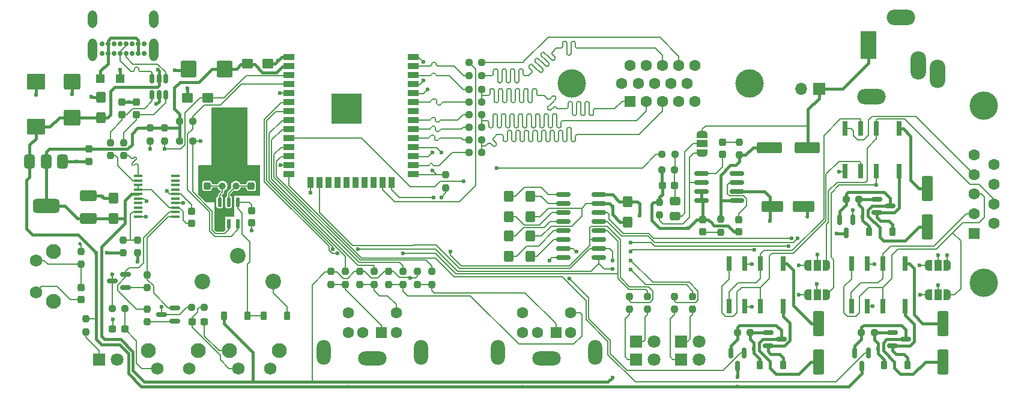
<source format=gtl>
G04 #@! TF.GenerationSoftware,KiCad,Pcbnew,9.0.2*
G04 #@! TF.CreationDate,2025-06-05T13:18:05+02:00*
G04 #@! TF.ProjectId,nTerm2-S FT231,6e546572-6d32-42d5-9320-46543233312e,0.08*
G04 #@! TF.SameCoordinates,Original*
G04 #@! TF.FileFunction,Copper,L1,Top*
G04 #@! TF.FilePolarity,Positive*
%FSLAX46Y46*%
G04 Gerber Fmt 4.6, Leading zero omitted, Abs format (unit mm)*
G04 Created by KiCad (PCBNEW 9.0.2) date 2025-06-05 13:18:05*
%MOMM*%
%LPD*%
G01*
G04 APERTURE LIST*
G04 Aperture macros list*
%AMRoundRect*
0 Rectangle with rounded corners*
0 $1 Rounding radius*
0 $2 $3 $4 $5 $6 $7 $8 $9 X,Y pos of 4 corners*
0 Add a 4 corners polygon primitive as box body*
4,1,4,$2,$3,$4,$5,$6,$7,$8,$9,$2,$3,0*
0 Add four circle primitives for the rounded corners*
1,1,$1+$1,$2,$3*
1,1,$1+$1,$4,$5*
1,1,$1+$1,$6,$7*
1,1,$1+$1,$8,$9*
0 Add four rect primitives between the rounded corners*
20,1,$1+$1,$2,$3,$4,$5,0*
20,1,$1+$1,$4,$5,$6,$7,0*
20,1,$1+$1,$6,$7,$8,$9,0*
20,1,$1+$1,$8,$9,$2,$3,0*%
%AMFreePoly0*
4,1,23,0.550000,-0.750000,0.000000,-0.750000,0.000000,-0.745722,-0.065263,-0.745722,-0.191342,-0.711940,-0.304381,-0.646677,-0.396677,-0.554381,-0.461940,-0.441342,-0.495722,-0.315263,-0.495722,-0.250000,-0.500000,-0.250000,-0.500000,0.250000,-0.495722,0.250000,-0.495722,0.315263,-0.461940,0.441342,-0.396677,0.554381,-0.304381,0.646677,-0.191342,0.711940,-0.065263,0.745722,0.000000,0.745722,
0.000000,0.750000,0.550000,0.750000,0.550000,-0.750000,0.550000,-0.750000,$1*%
%AMFreePoly1*
4,1,23,0.000000,0.745722,0.065263,0.745722,0.191342,0.711940,0.304381,0.646677,0.396677,0.554381,0.461940,0.441342,0.495722,0.315263,0.495722,0.250000,0.500000,0.250000,0.500000,-0.250000,0.495722,-0.250000,0.495722,-0.315263,0.461940,-0.441342,0.396677,-0.554381,0.304381,-0.646677,0.191342,-0.711940,0.065263,-0.745722,0.000000,-0.745722,0.000000,-0.750000,-0.550000,-0.750000,
-0.550000,0.750000,0.000000,0.750000,0.000000,0.745722,0.000000,0.745722,$1*%
G04 Aperture macros list end*
G04 #@! TA.AperFunction,Conductor*
%ADD10C,0.200000*%
G04 #@! TD*
G04 #@! TA.AperFunction,Conductor*
%ADD11C,0.400000*%
G04 #@! TD*
G04 #@! TA.AperFunction,SMDPad,CuDef*
%ADD12RoundRect,0.237500X-0.237500X0.250000X-0.237500X-0.250000X0.237500X-0.250000X0.237500X0.250000X0*%
G04 #@! TD*
G04 #@! TA.AperFunction,SMDPad,CuDef*
%ADD13RoundRect,0.237500X-0.250000X-0.237500X0.250000X-0.237500X0.250000X0.237500X-0.250000X0.237500X0*%
G04 #@! TD*
G04 #@! TA.AperFunction,SMDPad,CuDef*
%ADD14FreePoly0,90.000000*%
G04 #@! TD*
G04 #@! TA.AperFunction,SMDPad,CuDef*
%ADD15R,1.500000X1.000000*%
G04 #@! TD*
G04 #@! TA.AperFunction,SMDPad,CuDef*
%ADD16FreePoly1,90.000000*%
G04 #@! TD*
G04 #@! TA.AperFunction,SMDPad,CuDef*
%ADD17RoundRect,0.132500X0.132500X-0.532500X0.132500X0.532500X-0.132500X0.532500X-0.132500X-0.532500X0*%
G04 #@! TD*
G04 #@! TA.AperFunction,SMDPad,CuDef*
%ADD18RoundRect,0.225000X-0.225000X-0.375000X0.225000X-0.375000X0.225000X0.375000X-0.225000X0.375000X0*%
G04 #@! TD*
G04 #@! TA.AperFunction,SMDPad,CuDef*
%ADD19R,0.700000X2.000000*%
G04 #@! TD*
G04 #@! TA.AperFunction,ComponentPad*
%ADD20C,1.750000*%
G04 #@! TD*
G04 #@! TA.AperFunction,ComponentPad*
%ADD21C,2.100000*%
G04 #@! TD*
G04 #@! TA.AperFunction,ComponentPad*
%ADD22R,1.700000X1.700000*%
G04 #@! TD*
G04 #@! TA.AperFunction,ComponentPad*
%ADD23O,1.700000X1.700000*%
G04 #@! TD*
G04 #@! TA.AperFunction,SMDPad,CuDef*
%ADD24R,1.500000X0.900000*%
G04 #@! TD*
G04 #@! TA.AperFunction,SMDPad,CuDef*
%ADD25R,0.900000X1.500000*%
G04 #@! TD*
G04 #@! TA.AperFunction,SMDPad,CuDef*
%ADD26R,1.050000X1.050000*%
G04 #@! TD*
G04 #@! TA.AperFunction,HeatsinkPad*
%ADD27C,0.600000*%
G04 #@! TD*
G04 #@! TA.AperFunction,HeatsinkPad*
%ADD28R,4.200000X4.200000*%
G04 #@! TD*
G04 #@! TA.AperFunction,SMDPad,CuDef*
%ADD29RoundRect,0.237500X0.237500X-0.250000X0.237500X0.250000X-0.237500X0.250000X-0.237500X-0.250000X0*%
G04 #@! TD*
G04 #@! TA.AperFunction,SMDPad,CuDef*
%ADD30RoundRect,0.237500X-0.237500X0.300000X-0.237500X-0.300000X0.237500X-0.300000X0.237500X0.300000X0*%
G04 #@! TD*
G04 #@! TA.AperFunction,ComponentPad*
%ADD31R,1.600000X1.600000*%
G04 #@! TD*
G04 #@! TA.AperFunction,ComponentPad*
%ADD32C,1.600000*%
G04 #@! TD*
G04 #@! TA.AperFunction,ComponentPad*
%ADD33O,2.000000X3.500000*%
G04 #@! TD*
G04 #@! TA.AperFunction,ComponentPad*
%ADD34O,4.000000X2.000000*%
G04 #@! TD*
G04 #@! TA.AperFunction,SMDPad,CuDef*
%ADD35RoundRect,0.250000X0.550000X-1.500000X0.550000X1.500000X-0.550000X1.500000X-0.550000X-1.500000X0*%
G04 #@! TD*
G04 #@! TA.AperFunction,SMDPad,CuDef*
%ADD36RoundRect,0.237500X0.237500X-0.300000X0.237500X0.300000X-0.237500X0.300000X-0.237500X-0.300000X0*%
G04 #@! TD*
G04 #@! TA.AperFunction,ComponentPad*
%ADD37R,1.800000X1.800000*%
G04 #@! TD*
G04 #@! TA.AperFunction,ComponentPad*
%ADD38C,1.800000*%
G04 #@! TD*
G04 #@! TA.AperFunction,SMDPad,CuDef*
%ADD39RoundRect,0.150000X-0.825000X-0.150000X0.825000X-0.150000X0.825000X0.150000X-0.825000X0.150000X0*%
G04 #@! TD*
G04 #@! TA.AperFunction,SMDPad,CuDef*
%ADD40RoundRect,0.237500X0.250000X0.237500X-0.250000X0.237500X-0.250000X-0.237500X0.250000X-0.237500X0*%
G04 #@! TD*
G04 #@! TA.AperFunction,SMDPad,CuDef*
%ADD41RoundRect,0.250000X-0.425000X0.537500X-0.425000X-0.537500X0.425000X-0.537500X0.425000X0.537500X0*%
G04 #@! TD*
G04 #@! TA.AperFunction,SMDPad,CuDef*
%ADD42FreePoly0,0.000000*%
G04 #@! TD*
G04 #@! TA.AperFunction,SMDPad,CuDef*
%ADD43R,1.000000X1.500000*%
G04 #@! TD*
G04 #@! TA.AperFunction,SMDPad,CuDef*
%ADD44FreePoly1,0.000000*%
G04 #@! TD*
G04 #@! TA.AperFunction,SMDPad,CuDef*
%ADD45RoundRect,0.250000X0.425000X-0.537500X0.425000X0.537500X-0.425000X0.537500X-0.425000X-0.537500X0*%
G04 #@! TD*
G04 #@! TA.AperFunction,SMDPad,CuDef*
%ADD46RoundRect,0.237500X0.300000X0.237500X-0.300000X0.237500X-0.300000X-0.237500X0.300000X-0.237500X0*%
G04 #@! TD*
G04 #@! TA.AperFunction,SMDPad,CuDef*
%ADD47RoundRect,0.225000X0.225000X0.375000X-0.225000X0.375000X-0.225000X-0.375000X0.225000X-0.375000X0*%
G04 #@! TD*
G04 #@! TA.AperFunction,SMDPad,CuDef*
%ADD48RoundRect,0.375000X-0.375000X0.625000X-0.375000X-0.625000X0.375000X-0.625000X0.375000X0.625000X0*%
G04 #@! TD*
G04 #@! TA.AperFunction,SMDPad,CuDef*
%ADD49RoundRect,0.500000X-1.400000X0.500000X-1.400000X-0.500000X1.400000X-0.500000X1.400000X0.500000X0*%
G04 #@! TD*
G04 #@! TA.AperFunction,SMDPad,CuDef*
%ADD50RoundRect,0.250000X0.875000X0.925000X-0.875000X0.925000X-0.875000X-0.925000X0.875000X-0.925000X0*%
G04 #@! TD*
G04 #@! TA.AperFunction,SMDPad,CuDef*
%ADD51RoundRect,0.250000X1.025000X-0.875000X1.025000X0.875000X-1.025000X0.875000X-1.025000X-0.875000X0*%
G04 #@! TD*
G04 #@! TA.AperFunction,SMDPad,CuDef*
%ADD52RoundRect,0.150000X-0.587500X-0.150000X0.587500X-0.150000X0.587500X0.150000X-0.587500X0.150000X0*%
G04 #@! TD*
G04 #@! TA.AperFunction,SMDPad,CuDef*
%ADD53RoundRect,0.237500X-0.300000X-0.237500X0.300000X-0.237500X0.300000X0.237500X-0.300000X0.237500X0*%
G04 #@! TD*
G04 #@! TA.AperFunction,SMDPad,CuDef*
%ADD54RoundRect,0.150000X-0.150000X0.587500X-0.150000X-0.587500X0.150000X-0.587500X0.150000X0.587500X0*%
G04 #@! TD*
G04 #@! TA.AperFunction,SMDPad,CuDef*
%ADD55RoundRect,0.150000X0.587500X0.150000X-0.587500X0.150000X-0.587500X-0.150000X0.587500X-0.150000X0*%
G04 #@! TD*
G04 #@! TA.AperFunction,ComponentPad*
%ADD56C,0.700000*%
G04 #@! TD*
G04 #@! TA.AperFunction,ComponentPad*
%ADD57O,1.300000X3.200000*%
G04 #@! TD*
G04 #@! TA.AperFunction,ComponentPad*
%ADD58O,1.300000X2.500000*%
G04 #@! TD*
G04 #@! TA.AperFunction,SMDPad,CuDef*
%ADD59RoundRect,0.250001X0.924999X-0.499999X0.924999X0.499999X-0.924999X0.499999X-0.924999X-0.499999X0*%
G04 #@! TD*
G04 #@! TA.AperFunction,ComponentPad*
%ADD60C,2.200000*%
G04 #@! TD*
G04 #@! TA.AperFunction,SMDPad,CuDef*
%ADD61RoundRect,0.150000X0.150000X-0.512500X0.150000X0.512500X-0.150000X0.512500X-0.150000X-0.512500X0*%
G04 #@! TD*
G04 #@! TA.AperFunction,ComponentPad*
%ADD62C,4.000000*%
G04 #@! TD*
G04 #@! TA.AperFunction,SMDPad,CuDef*
%ADD63RoundRect,0.250000X-1.250000X-0.550000X1.250000X-0.550000X1.250000X0.550000X-1.250000X0.550000X0*%
G04 #@! TD*
G04 #@! TA.AperFunction,SMDPad,CuDef*
%ADD64RoundRect,0.250000X-1.500000X-0.550000X1.500000X-0.550000X1.500000X0.550000X-1.500000X0.550000X0*%
G04 #@! TD*
G04 #@! TA.AperFunction,SMDPad,CuDef*
%ADD65RoundRect,0.250000X-0.475000X0.337500X-0.475000X-0.337500X0.475000X-0.337500X0.475000X0.337500X0*%
G04 #@! TD*
G04 #@! TA.AperFunction,SMDPad,CuDef*
%ADD66RoundRect,0.250000X-0.537500X-0.425000X0.537500X-0.425000X0.537500X0.425000X-0.537500X0.425000X0*%
G04 #@! TD*
G04 #@! TA.AperFunction,ComponentPad*
%ADD67O,2.200000X4.000000*%
G04 #@! TD*
G04 #@! TA.AperFunction,ComponentPad*
%ADD68O,4.000000X2.200000*%
G04 #@! TD*
G04 #@! TA.AperFunction,ComponentPad*
%ADD69R,2.200000X4.000000*%
G04 #@! TD*
G04 #@! TA.AperFunction,ComponentPad*
%ADD70C,1.000000*%
G04 #@! TD*
G04 #@! TA.AperFunction,SMDPad,CuDef*
%ADD71RoundRect,0.250000X0.925000X-0.875000X0.925000X0.875000X-0.925000X0.875000X-0.925000X-0.875000X0*%
G04 #@! TD*
G04 #@! TA.AperFunction,SMDPad,CuDef*
%ADD72R,1.200000X0.400000*%
G04 #@! TD*
G04 #@! TA.AperFunction,SMDPad,CuDef*
%ADD73R,1.200000X1.200000*%
G04 #@! TD*
G04 #@! TA.AperFunction,SMDPad,CuDef*
%ADD74RoundRect,0.250000X0.537500X0.425000X-0.537500X0.425000X-0.537500X-0.425000X0.537500X-0.425000X0*%
G04 #@! TD*
G04 #@! TA.AperFunction,ViaPad*
%ADD75C,0.600000*%
G04 #@! TD*
G04 #@! TA.AperFunction,ViaPad*
%ADD76C,0.500000*%
G04 #@! TD*
G04 APERTURE END LIST*
D10*
X88646000Y-110744000D02*
X88646000Y-111760000D01*
X90170000Y-105918000D02*
X92202000Y-105918000D01*
X91186000Y-104394000D02*
X91186000Y-105918000D01*
D11*
X87884000Y-107696000D02*
X90170000Y-107696000D01*
D12*
X84266000Y-107528500D03*
X84266000Y-109353500D03*
D13*
X138956000Y-84668500D03*
X140781000Y-84668500D03*
D12*
X96012000Y-90123000D03*
X96012000Y-91948000D03*
D13*
X176792500Y-118999000D03*
X178617500Y-118999000D03*
D12*
X88392000Y-92202000D03*
X88392000Y-94027000D03*
D14*
X171856400Y-93644100D03*
D15*
X171856400Y-92344100D03*
D16*
X171856400Y-91044100D03*
D17*
X103820000Y-103632000D03*
X105090000Y-103632000D03*
X106360000Y-103632000D03*
X106360000Y-100582000D03*
X105090000Y-100582000D03*
X103820000Y-100582000D03*
D12*
X177088800Y-92140900D03*
X177088800Y-93965900D03*
D18*
X179992000Y-123571000D03*
X183292000Y-123571000D03*
D19*
X200471000Y-109268500D03*
X197271000Y-109268500D03*
X195071000Y-109268500D03*
X192871000Y-109268500D03*
X192871000Y-115268500D03*
X195071000Y-115268500D03*
X197271000Y-115268500D03*
X200471000Y-115268500D03*
D20*
X99506000Y-124038500D03*
X95006000Y-124038500D03*
D21*
X100756000Y-121548500D03*
X93746000Y-121548500D03*
D22*
X188295200Y-84582000D03*
D23*
X185755200Y-84582000D03*
D12*
X174436000Y-102997000D03*
X174436000Y-104822000D03*
D24*
X113616000Y-80096500D03*
X113616000Y-81366500D03*
X113616000Y-82636500D03*
X113616000Y-83906500D03*
X113616000Y-85176500D03*
X113616000Y-86446500D03*
X113616000Y-87716500D03*
X113616000Y-88986500D03*
X113616000Y-90256500D03*
X113616000Y-91526500D03*
X113616000Y-92796500D03*
X113616000Y-94066500D03*
X113616000Y-95336500D03*
X113616000Y-96606500D03*
D25*
X116656000Y-97856500D03*
X117926000Y-97856500D03*
X119196000Y-97856500D03*
X120466000Y-97856500D03*
X121736000Y-97856500D03*
X123006000Y-97856500D03*
X124276000Y-97856500D03*
X125546000Y-97856500D03*
X126816000Y-97856500D03*
X128086000Y-97856500D03*
D24*
X131116000Y-96606500D03*
X131116000Y-95336500D03*
X131116000Y-94066500D03*
X131116000Y-92796500D03*
X131116000Y-91526500D03*
X131116000Y-90256500D03*
X131116000Y-88986500D03*
X131116000Y-87716500D03*
X131116000Y-86446500D03*
X131116000Y-85176500D03*
X131116000Y-83906500D03*
X131116000Y-82636500D03*
X131116000Y-81366500D03*
X131116000Y-80096500D03*
D26*
X120161000Y-85911500D03*
D27*
X120161000Y-86674000D03*
D26*
X120161000Y-87436500D03*
D27*
X120161000Y-88199000D03*
D26*
X120161000Y-88961500D03*
D27*
X120923500Y-85911500D03*
X120923500Y-87436500D03*
X120923500Y-88961500D03*
D26*
X121686000Y-85911500D03*
D27*
X121686000Y-86674000D03*
D26*
X121686000Y-87436500D03*
D28*
X121686000Y-87436500D03*
D27*
X121686000Y-88199000D03*
D26*
X121686000Y-88961500D03*
D27*
X122448500Y-85911500D03*
X122448500Y-87436500D03*
X122448500Y-88961500D03*
D26*
X123211000Y-85911500D03*
D27*
X123211000Y-86674000D03*
D26*
X123211000Y-87436500D03*
D27*
X123211000Y-88199000D03*
D26*
X123211000Y-88961500D03*
D29*
X127635000Y-112188000D03*
X127635000Y-110363000D03*
D20*
X110936000Y-124038500D03*
X106436000Y-124038500D03*
D21*
X112186000Y-121548500D03*
X105176000Y-121548500D03*
D13*
X192128500Y-100203000D03*
X193953500Y-100203000D03*
D30*
X176976000Y-103047000D03*
X176976000Y-104772000D03*
D31*
X126616000Y-118958500D03*
D32*
X124016000Y-118958500D03*
X128716000Y-118958500D03*
X121916000Y-118958500D03*
X128716000Y-116158500D03*
X121916000Y-116158500D03*
D33*
X118466000Y-121808500D03*
D34*
X125316000Y-122608500D03*
D33*
X132166000Y-121808500D03*
D35*
X205740000Y-123096000D03*
X205740000Y-117696000D03*
D13*
X138956000Y-88224500D03*
X140781000Y-88224500D03*
D36*
X90043000Y-88212000D03*
X90043000Y-86487000D03*
D13*
X194287500Y-118999000D03*
X196112500Y-118999000D03*
D36*
X92075000Y-88212000D03*
X92075000Y-86487000D03*
D35*
X188279000Y-123096000D03*
X188279000Y-117696000D03*
D37*
X162498000Y-120228500D03*
D38*
X165038000Y-120228500D03*
D37*
X162498000Y-122768500D03*
D38*
X165038000Y-122768500D03*
D12*
X170499000Y-113878500D03*
X170499000Y-115703500D03*
D39*
X171778499Y-96520000D03*
X171778499Y-97790000D03*
X171778499Y-99060000D03*
X171778499Y-100330000D03*
X176728499Y-100330000D03*
X176728499Y-99060000D03*
X176728499Y-97790000D03*
X176728499Y-96520000D03*
D40*
X140781000Y-80858500D03*
X138956000Y-80858500D03*
D30*
X85344000Y-93093200D03*
X85344000Y-94818200D03*
D29*
X121539000Y-112188000D03*
X121539000Y-110363000D03*
D41*
X147574000Y-105369500D03*
X147574000Y-108244500D03*
D42*
X203775000Y-113665000D03*
D43*
X205075000Y-113665000D03*
D44*
X206375000Y-113665000D03*
D29*
X92202000Y-107743000D03*
X92202000Y-105918000D03*
D45*
X87045800Y-88671400D03*
X87045800Y-85796400D03*
D37*
X168848000Y-120228500D03*
D38*
X171388000Y-120228500D03*
D37*
X168848000Y-122768500D03*
D38*
X171388000Y-122768500D03*
D12*
X94003500Y-90123000D03*
X94003500Y-91948000D03*
D42*
X203775000Y-109474000D03*
D43*
X205075000Y-109474000D03*
D44*
X206375000Y-109474000D03*
D31*
X151217000Y-118958500D03*
D32*
X148617000Y-118958500D03*
X153317000Y-118958500D03*
X146517000Y-118958500D03*
X153317000Y-116158500D03*
X146517000Y-116158500D03*
D33*
X143067000Y-121808500D03*
D34*
X149917000Y-122608500D03*
D33*
X156767000Y-121808500D03*
D46*
X90424000Y-118491000D03*
X88699000Y-118491000D03*
D47*
X107694000Y-116586000D03*
X104394000Y-116586000D03*
D48*
X81637500Y-94817800D03*
X79337500Y-94817800D03*
D49*
X79337500Y-101117800D03*
D48*
X77037500Y-94817800D03*
D50*
X104498050Y-81788000D03*
X99398050Y-81788000D03*
D13*
X88646000Y-115570000D03*
X90471000Y-115570000D03*
D36*
X108265000Y-98298000D03*
X108265000Y-96573000D03*
D13*
X166143000Y-96052500D03*
X167968000Y-96052500D03*
D39*
X152276000Y-99527500D03*
X152276000Y-100797500D03*
X152276000Y-102067500D03*
X152276000Y-103337500D03*
X152276000Y-104607500D03*
X152276000Y-105877500D03*
X152276000Y-107147500D03*
X152276000Y-108417500D03*
X157226000Y-108417500D03*
X157226000Y-107147500D03*
X157226000Y-105877500D03*
X157226000Y-104607500D03*
X157226000Y-103337500D03*
X157226000Y-102067500D03*
X157226000Y-100797500D03*
X157226000Y-99527500D03*
D12*
X90297000Y-92202000D03*
X90297000Y-94027000D03*
D42*
X186757000Y-113665000D03*
D43*
X188057000Y-113665000D03*
D44*
X189357000Y-113665000D03*
D51*
X77901800Y-89966800D03*
X77901800Y-83566800D03*
D41*
X144526000Y-105369500D03*
X144526000Y-108244500D03*
D52*
X196438000Y-100183000D03*
X196438000Y-102083000D03*
X198313000Y-101133000D03*
D53*
X99949000Y-117475000D03*
X101674000Y-117475000D03*
D19*
X183250500Y-109268500D03*
X180050500Y-109268500D03*
X177850500Y-109268500D03*
X175650500Y-109268500D03*
X175650500Y-115268500D03*
X177850500Y-115268500D03*
X180050500Y-115268500D03*
X183250500Y-115268500D03*
D45*
X88823800Y-102874800D03*
X88823800Y-99999800D03*
D54*
X195261000Y-121871500D03*
X193361000Y-121871500D03*
X194311000Y-123746500D03*
D55*
X97506000Y-117409000D03*
X97506000Y-115509000D03*
X95631000Y-116459000D03*
D56*
X93176000Y-79588500D03*
X92326000Y-79588500D03*
X91476000Y-79588500D03*
X90626000Y-79588500D03*
X89776000Y-79588500D03*
X88926000Y-79588500D03*
X88076000Y-79588500D03*
X87226000Y-79588500D03*
X87226000Y-78238500D03*
X88076000Y-78238500D03*
X88926000Y-78238500D03*
X89776000Y-78238500D03*
X90626000Y-78238500D03*
X91476000Y-78238500D03*
X92326000Y-78238500D03*
X93176000Y-78238500D03*
D57*
X94521000Y-79088500D03*
D58*
X94516000Y-74783500D03*
D57*
X85881000Y-79088500D03*
D58*
X85881000Y-74788500D03*
D13*
X98171000Y-91948000D03*
X99996000Y-91948000D03*
D54*
X177766000Y-121871500D03*
X175866000Y-121871500D03*
X176816000Y-123746500D03*
D41*
X161355000Y-100503000D03*
X161355000Y-103378000D03*
D30*
X108331000Y-101780000D03*
X108331000Y-103505000D03*
D42*
X186757000Y-109474000D03*
D43*
X188057000Y-109474000D03*
D44*
X189357000Y-109474000D03*
D59*
X85293200Y-102919600D03*
X85293200Y-99669600D03*
D20*
X77916000Y-113298500D03*
X77916000Y-108798500D03*
D21*
X80406000Y-114548500D03*
X80406000Y-107538500D03*
D12*
X90170000Y-105918000D03*
X90170000Y-107743000D03*
D36*
X174675800Y-93865900D03*
X174675800Y-92140900D03*
D13*
X138956000Y-93558500D03*
X140781000Y-93558500D03*
D60*
X111379000Y-111760000D03*
X106379000Y-108160000D03*
X101379000Y-111760000D03*
D37*
X86824750Y-122796000D03*
D38*
X89364750Y-122796000D03*
D61*
X94300000Y-85460000D03*
X95250000Y-85460000D03*
X96200000Y-85460000D03*
X96200000Y-83185000D03*
X95250000Y-83185000D03*
X94300000Y-83185000D03*
D62*
X211559000Y-111948500D03*
X211559000Y-86948500D03*
D31*
X210139000Y-104988500D03*
D32*
X210139000Y-102218500D03*
X210139000Y-99448500D03*
X210139000Y-96678500D03*
X210139000Y-93908500D03*
X212979000Y-103603500D03*
X212979000Y-100833500D03*
X212979000Y-98063500D03*
X212979000Y-95293500D03*
D63*
X181767499Y-101178500D03*
X186167499Y-101178500D03*
D13*
X138956000Y-90002500D03*
X140781000Y-90002500D03*
D64*
X181267499Y-92923500D03*
X186667499Y-92923500D03*
D41*
X144526000Y-99781500D03*
X144526000Y-102656500D03*
D62*
X178478000Y-83820000D03*
X153478000Y-83820000D03*
D31*
X161663000Y-86360000D03*
D32*
X163953000Y-86360000D03*
X166243000Y-86360000D03*
X168533000Y-86360000D03*
X170823000Y-86360000D03*
X160518000Y-83820000D03*
X162808000Y-83820000D03*
X165098000Y-83820000D03*
X167388000Y-83820000D03*
X169678000Y-83820000D03*
X161663000Y-81280000D03*
X163953000Y-81280000D03*
X166243000Y-81280000D03*
X168533000Y-81280000D03*
X170823000Y-81280000D03*
D40*
X167977500Y-93857185D03*
X166152500Y-93857185D03*
D12*
X167959000Y-113878500D03*
X167959000Y-115703500D03*
X164149000Y-113878500D03*
X164149000Y-115703500D03*
D29*
X93599000Y-112649000D03*
X93599000Y-110824000D03*
D35*
X203581000Y-104046000D03*
X203581000Y-98646000D03*
D29*
X129667000Y-112188000D03*
X129667000Y-110363000D03*
D53*
X166243000Y-98211500D03*
X167968000Y-98211500D03*
D29*
X119507000Y-112188000D03*
X119507000Y-110363000D03*
D19*
X199604750Y-90225500D03*
X196404750Y-90225500D03*
X194204750Y-90225500D03*
X192004750Y-90225500D03*
X192004750Y-96225500D03*
X194204750Y-96225500D03*
X196404750Y-96225500D03*
X199604750Y-96225500D03*
D36*
X99822000Y-103579000D03*
X99822000Y-101854000D03*
D41*
X147574000Y-99781500D03*
X147574000Y-102656500D03*
D18*
X197487000Y-123571000D03*
X200787000Y-123571000D03*
D65*
X167994500Y-100476000D03*
X167994500Y-102551000D03*
D29*
X131699000Y-112188000D03*
X131699000Y-110363000D03*
D66*
X107742000Y-81026000D03*
X110617000Y-81026000D03*
D67*
X205036000Y-82508500D03*
X202336000Y-81308500D03*
D68*
X199836000Y-74508500D03*
D69*
X195236000Y-78408500D03*
D68*
X195736000Y-85708500D03*
D55*
X90521000Y-112649000D03*
X90521000Y-110749000D03*
X88646000Y-111699000D03*
D36*
X171896000Y-104772000D03*
X171896000Y-103047000D03*
D70*
X106106000Y-98298000D03*
X104206000Y-98298000D03*
D71*
X82996000Y-88656000D03*
X82996000Y-83556000D03*
D72*
X97536000Y-102616000D03*
X97536000Y-101981000D03*
X97536000Y-101346000D03*
X97536000Y-100711000D03*
X97536000Y-100076000D03*
X97536000Y-99441000D03*
X97536000Y-98806000D03*
X97536000Y-98171000D03*
X97536000Y-97536000D03*
X97536000Y-96901000D03*
X92336000Y-96901000D03*
X92336000Y-97536000D03*
X92336000Y-98171000D03*
X92336000Y-98806000D03*
X92336000Y-99441000D03*
X92336000Y-100076000D03*
X92336000Y-100711000D03*
X92336000Y-101346000D03*
X92336000Y-101981000D03*
X92336000Y-102616000D03*
D30*
X84266000Y-112608500D03*
X84266000Y-114333500D03*
D52*
X198645500Y-118983500D03*
X198645500Y-120883500D03*
X200520500Y-119933500D03*
D29*
X93599000Y-117475000D03*
X93599000Y-115650000D03*
D13*
X138956000Y-91780500D03*
X140781000Y-91780500D03*
X98171000Y-89154000D03*
X99996000Y-89154000D03*
D29*
X135701000Y-98558500D03*
X135701000Y-96733500D03*
D12*
X161609000Y-113878500D03*
X161609000Y-115703500D03*
D29*
X133731000Y-112188000D03*
X133731000Y-110363000D03*
X123571000Y-112188000D03*
X123571000Y-110363000D03*
D40*
X140781000Y-82763500D03*
X138956000Y-82763500D03*
D73*
X89795000Y-83185000D03*
X86995000Y-83185000D03*
D13*
X138956000Y-86446500D03*
X140781000Y-86446500D03*
D12*
X84963000Y-117047000D03*
X84963000Y-118872000D03*
X165835500Y-100601000D03*
X165835500Y-102426000D03*
D74*
X102108000Y-85852000D03*
X99233000Y-85852000D03*
D36*
X102042000Y-98298000D03*
X102042000Y-96573000D03*
D54*
X193102000Y-103075500D03*
X191202000Y-103075500D03*
X192152000Y-104950500D03*
D13*
X99849000Y-115443000D03*
X101674000Y-115443000D03*
D18*
X195328000Y-104775000D03*
X198628000Y-104775000D03*
D29*
X125603000Y-112188000D03*
X125603000Y-110363000D03*
D18*
X109984000Y-116586000D03*
X113284000Y-116586000D03*
D52*
X181102000Y-118958500D03*
X181102000Y-120858500D03*
X182977000Y-119908500D03*
D75*
X176790600Y-126578500D03*
D76*
X146496000Y-126578500D03*
X121920000Y-126578500D03*
D75*
X176816000Y-125222000D03*
X95123000Y-81915000D03*
X190820000Y-105029000D03*
X87884000Y-107696000D03*
X89789000Y-81915000D03*
X181432200Y-103225600D03*
X86360000Y-107696000D03*
X92202000Y-108966000D03*
X77916000Y-85445600D03*
X196597000Y-121285000D03*
X159196000Y-101178500D03*
X194438000Y-102616000D03*
X82996000Y-85394800D03*
X88773000Y-117094000D03*
X94869000Y-86741000D03*
X179102000Y-121285000D03*
D76*
X186667499Y-102616000D03*
D75*
X108331000Y-104574000D03*
X91059000Y-86487000D03*
X85725000Y-85725000D03*
X96361900Y-99047300D03*
X169862500Y-104244000D03*
X87350600Y-99822000D03*
X103820000Y-102108000D03*
X132526000Y-80839500D03*
X97503050Y-81998750D03*
X99233000Y-84501000D03*
X116656000Y-99268500D03*
X83693000Y-94818200D03*
X93504400Y-100482400D03*
X112089750Y-80593750D03*
X163006000Y-102448500D03*
X135066000Y-99908500D03*
X130683000Y-111252000D03*
X159196000Y-125308500D03*
X96012000Y-93044000D03*
X88646000Y-110744000D03*
X133796000Y-93558500D03*
X193102000Y-101723000D03*
X153111200Y-111338500D03*
X135066000Y-93558500D03*
X191135000Y-96266000D03*
X206375000Y-108077000D03*
X196402137Y-98171000D03*
X205105000Y-112268000D03*
X184404000Y-105664000D03*
X205105000Y-108096000D03*
X185293000Y-105664000D03*
X179197000Y-107334000D03*
X187960000Y-112141000D03*
X150306000Y-108798500D03*
X161736000Y-107528500D03*
X188087000Y-107950000D03*
X161736000Y-106258500D03*
X154116000Y-107528500D03*
X184023000Y-106826000D03*
X133796000Y-96098500D03*
X95631000Y-115316000D03*
X138176000Y-97663000D03*
X142875000Y-95758000D03*
X133985000Y-99949000D03*
X136336000Y-107528500D03*
X129667000Y-107823000D03*
X120396000Y-107823000D03*
X93453600Y-102616000D03*
X133096000Y-84668500D03*
X112268000Y-85217000D03*
X93980000Y-93044000D03*
D76*
X84074000Y-106426000D03*
D75*
X112352000Y-95377000D03*
X101092000Y-91948000D03*
X161736000Y-108796210D03*
X159196000Y-108796210D03*
X159196000Y-110049500D03*
X161736000Y-110068500D03*
X119761000Y-107188000D03*
X123317000Y-107207000D03*
X132526000Y-83398500D03*
X98686000Y-100711000D03*
X196088000Y-109347000D03*
X202438000Y-109474000D03*
X195892000Y-115268500D03*
X202565000Y-113665000D03*
X178816000Y-109347000D03*
X185420000Y-109474000D03*
X178816000Y-115316000D03*
X185420000Y-113665000D03*
D11*
X175844200Y-95392100D02*
X176555400Y-95392100D01*
X176728499Y-100330000D02*
X174436000Y-100330000D01*
X174436000Y-102997000D02*
X174436000Y-100330000D01*
X174436000Y-100330000D02*
X174436000Y-96800300D01*
X177941100Y-93965900D02*
X177088800Y-93965900D01*
X174436000Y-96800300D02*
X175844200Y-95392100D01*
X176555400Y-95392100D02*
X177088800Y-94858700D01*
X181267499Y-92923500D02*
X178983500Y-92923500D01*
X177088800Y-94858700D02*
X177088800Y-93965900D01*
X178983500Y-92923500D02*
X177941100Y-93965900D01*
X89027000Y-84328000D02*
X94996000Y-84328000D01*
X90932000Y-121920000D02*
X90932000Y-124735500D01*
D10*
X84963000Y-117047000D02*
X86313000Y-117047000D01*
D11*
X181427499Y-102595301D02*
X181427499Y-99822000D01*
X77037500Y-97079500D02*
X77037500Y-94817800D01*
X77901800Y-91617800D02*
X77901800Y-89966800D01*
X81219200Y-88656000D02*
X88001000Y-88656000D01*
X86360000Y-117094000D02*
X86360000Y-107696000D01*
X95250000Y-82042000D02*
X95123000Y-81915000D01*
X176816000Y-125222000D02*
X176816000Y-123746500D01*
X181432200Y-103225600D02*
X181432200Y-102600002D01*
D10*
X86313000Y-117047000D02*
X86360000Y-117094000D01*
D11*
X90932000Y-124735500D02*
X92775000Y-126578500D01*
X190820000Y-105029000D02*
X192073500Y-105029000D01*
X95250000Y-84074000D02*
X95250000Y-83185000D01*
X181427499Y-99822000D02*
X180665499Y-99060000D01*
X88392000Y-88265000D02*
X88392000Y-84963000D01*
X79908400Y-89966800D02*
X81219200Y-88656000D01*
X95250000Y-83185000D02*
X95250000Y-82042000D01*
X88001000Y-88656000D02*
X88392000Y-88265000D01*
X179903499Y-99060000D02*
X176728499Y-99060000D01*
X83845400Y-105181400D02*
X77444600Y-105181400D01*
X77037500Y-94817800D02*
X77037500Y-92482100D01*
X89789000Y-83179000D02*
X89795000Y-83185000D01*
X87122000Y-120650000D02*
X89662000Y-120650000D01*
X192445500Y-126578500D02*
X194311000Y-124713000D01*
X180665499Y-99060000D02*
X179903499Y-99060000D01*
X192073500Y-105029000D02*
X192152000Y-104950500D01*
X86360000Y-117094000D02*
X86360000Y-119888000D01*
X92775000Y-126578500D02*
X192445500Y-126578500D01*
X86360000Y-119888000D02*
X87122000Y-120650000D01*
X88392000Y-84963000D02*
X89027000Y-84328000D01*
X77901800Y-89966800D02*
X79908400Y-89966800D01*
X76606400Y-104343200D02*
X76606400Y-97510600D01*
X89789000Y-81915000D02*
X89789000Y-83179000D01*
X89662000Y-120650000D02*
X90932000Y-121920000D01*
X181432200Y-102600002D02*
X181427499Y-102595301D01*
X86360000Y-107696000D02*
X83845400Y-105181400D01*
X194311000Y-124713000D02*
X194311000Y-123746500D01*
X76606400Y-97510600D02*
X77037500Y-97079500D01*
X77037500Y-92482100D02*
X77901800Y-91617800D01*
X77444600Y-105181400D02*
X76606400Y-104343200D01*
X94996000Y-84328000D02*
X95250000Y-84074000D01*
X83692600Y-94817800D02*
X81637500Y-94817800D01*
X158815000Y-100797500D02*
X157226000Y-100797500D01*
X171896000Y-103047000D02*
X171896000Y-100447501D01*
D10*
X148955000Y-102656500D02*
X147574000Y-102656500D01*
D11*
X173166000Y-103505000D02*
X172708000Y-103047000D01*
X159196000Y-101178500D02*
X158815000Y-100797500D01*
D10*
X108331000Y-103505000D02*
X108331000Y-104574000D01*
D11*
X172708000Y-103047000D02*
X171896000Y-103047000D01*
X186667499Y-102616000D02*
X186667499Y-101178500D01*
X166243000Y-98211500D02*
X166243000Y-99483685D01*
D10*
X154878000Y-102575500D02*
X154878000Y-101432500D01*
X153481000Y-103972500D02*
X154878000Y-102575500D01*
D11*
X99398050Y-81958250D02*
X97543550Y-81958250D01*
X194438000Y-103124000D02*
X195328000Y-104014000D01*
X164996500Y-100601000D02*
X165835500Y-100601000D01*
X90043000Y-86487000D02*
X91059000Y-86487000D01*
X194438000Y-101473000D02*
X193953500Y-100988500D01*
X95250000Y-85460000D02*
X95250000Y-86360000D01*
X99233000Y-85852000D02*
X99233000Y-84501000D01*
X112587000Y-80096500D02*
X111657500Y-81026000D01*
X166143000Y-98111500D02*
X166243000Y-98211500D01*
X166243000Y-99483685D02*
X165835500Y-99891185D01*
X197487000Y-122810000D02*
X197487000Y-123571000D01*
X99187000Y-84455000D02*
X99233000Y-84501000D01*
X179102000Y-120396000D02*
X178594000Y-119888000D01*
D10*
X131870000Y-80183500D02*
X131116000Y-80183500D01*
D11*
X113616000Y-80096500D02*
X112587000Y-80096500D01*
D10*
X132526000Y-80839500D02*
X131870000Y-80183500D01*
D11*
X77916000Y-83556000D02*
X77916000Y-85445600D01*
D10*
X96755600Y-99441000D02*
X97536000Y-99441000D01*
D11*
X193953500Y-100988500D02*
X193953500Y-100203000D01*
X195328000Y-104014000D02*
X195328000Y-104775000D01*
D10*
X103724362Y-121548500D02*
X105176000Y-121548500D01*
D11*
X87198200Y-99669600D02*
X85293200Y-99669600D01*
X166143000Y-96052500D02*
X166143000Y-98111500D01*
X97543550Y-81958250D02*
X97503050Y-81998750D01*
D10*
X93098000Y-100076000D02*
X93504400Y-100482400D01*
D11*
X178594000Y-119888000D02*
X178617500Y-119864500D01*
D10*
X105484000Y-121240500D02*
X105176000Y-121548500D01*
D11*
X198630000Y-118999000D02*
X198645500Y-118983500D01*
X111657500Y-81026000D02*
X110617000Y-81026000D01*
X87528400Y-99999800D02*
X88823800Y-99999800D01*
X92202000Y-107743000D02*
X92202000Y-108966000D01*
X176338000Y-104772000D02*
X175452000Y-103886000D01*
X169849800Y-104256700D02*
X165811200Y-104256700D01*
X194438000Y-102616000D02*
X194438000Y-101473000D01*
X165811200Y-104256700D02*
X164719000Y-103164500D01*
X179102000Y-121285000D02*
X179102000Y-120396000D01*
X176976000Y-104772000D02*
X176338000Y-104772000D01*
D10*
X80934700Y-112481500D02*
X82786700Y-114333500D01*
X150560000Y-103972500D02*
X153481000Y-103972500D01*
X101674000Y-117475000D02*
X101674000Y-119498138D01*
X77916000Y-113298500D02*
X78733000Y-112481500D01*
D11*
X171778499Y-99060000D02*
X171778499Y-100330000D01*
D10*
X149163000Y-105369500D02*
X150560000Y-103972500D01*
D11*
X178617500Y-119864500D02*
X178617500Y-118999000D01*
X161355000Y-103378000D02*
X160252500Y-103378000D01*
D10*
X99822000Y-100965000D02*
X99822000Y-101854000D01*
X116651000Y-99273500D02*
X116656000Y-99268500D01*
D11*
X165835500Y-99891185D02*
X165835500Y-100601000D01*
X196597000Y-120523000D02*
X196112500Y-120038500D01*
D10*
X154878000Y-101432500D02*
X155513000Y-100797500D01*
D11*
X179992000Y-122746500D02*
X179992000Y-123571000D01*
X178658000Y-118958500D02*
X178617500Y-118999000D01*
X87350600Y-99822000D02*
X87528400Y-99999800D01*
X197486000Y-118999000D02*
X198630000Y-118999000D01*
X169862500Y-104244000D02*
X169849800Y-104256700D01*
X83693000Y-94818200D02*
X85344000Y-94818200D01*
D10*
X155513000Y-100797500D02*
X157226000Y-100797500D01*
D11*
X175452000Y-103886000D02*
X173547000Y-103886000D01*
X196438000Y-100183000D02*
X193973500Y-100183000D01*
X91059000Y-86487000D02*
X92075000Y-86487000D01*
X171896000Y-100447501D02*
X171778499Y-100330000D01*
D10*
X78733000Y-112481500D02*
X80934700Y-112481500D01*
D11*
X159196000Y-102321500D02*
X159196000Y-101178500D01*
D10*
X147574000Y-105369500D02*
X149163000Y-105369500D01*
X88773000Y-117094000D02*
X88773000Y-118417000D01*
X96361900Y-99047300D02*
X96755600Y-99441000D01*
X98298000Y-99441000D02*
X99822000Y-100965000D01*
D11*
X95250000Y-86360000D02*
X94869000Y-86741000D01*
X196597000Y-121920000D02*
X197487000Y-122810000D01*
X87350600Y-99822000D02*
X87198200Y-99669600D01*
X83693000Y-94818200D02*
X83692600Y-94817800D01*
D10*
X193807000Y-100183000D02*
X193741000Y-100117000D01*
D11*
X196597000Y-121285000D02*
X196597000Y-121920000D01*
X181102000Y-118958500D02*
X178658000Y-118958500D01*
X171059500Y-103047000D02*
X171896000Y-103047000D01*
X179102000Y-121856500D02*
X179992000Y-122746500D01*
X160252500Y-103378000D02*
X159196000Y-102321500D01*
X85796400Y-85796400D02*
X87045800Y-85796400D01*
X164719000Y-103164500D02*
X164719000Y-100878500D01*
D10*
X82786700Y-114333500D02*
X84266000Y-114333500D01*
D11*
X85725000Y-85725000D02*
X85796400Y-85796400D01*
X196112500Y-120038500D02*
X196112500Y-118999000D01*
X196597000Y-121285000D02*
X196597000Y-120523000D01*
D10*
X97536000Y-99441000D02*
X98298000Y-99441000D01*
X88773000Y-118417000D02*
X88699000Y-118491000D01*
X150179000Y-101432500D02*
X148955000Y-102656500D01*
X154878000Y-101432500D02*
X150179000Y-101432500D01*
D11*
X193973500Y-100183000D02*
X193953500Y-100203000D01*
D10*
X116656000Y-97943500D02*
X116656000Y-99268500D01*
D11*
X179102000Y-121285000D02*
X179102000Y-121856500D01*
X82996000Y-83556000D02*
X82996000Y-85394800D01*
D10*
X101674000Y-119498138D02*
X103724362Y-121548500D01*
D11*
X169862500Y-104244000D02*
X171059500Y-103047000D01*
X164719000Y-100878500D02*
X164996500Y-100601000D01*
X173547000Y-103886000D02*
X173166000Y-103505000D01*
X194438000Y-102616000D02*
X194438000Y-103124000D01*
X196112500Y-118999000D02*
X197486000Y-118999000D01*
D10*
X92336000Y-100076000D02*
X93098000Y-100076000D01*
X172026000Y-102917000D02*
X171896000Y-103047000D01*
X167994500Y-98489000D02*
X167994500Y-100476000D01*
X167977500Y-93857185D02*
X167994500Y-93874185D01*
X167994500Y-93874185D02*
X167994500Y-96026000D01*
X167968000Y-95927685D02*
X167994500Y-95954185D01*
X167968000Y-95676685D02*
X167968000Y-95927685D01*
X167968000Y-96052500D02*
X167968000Y-98211500D01*
X174436000Y-104822000D02*
X171946000Y-104822000D01*
X171946000Y-104822000D02*
X171896000Y-104772000D01*
X174675800Y-92140900D02*
X177215800Y-92140900D01*
X171778499Y-96520000D02*
X173751100Y-96520000D01*
X174675800Y-95595300D02*
X174675800Y-93865900D01*
X173751100Y-96520000D02*
X174675800Y-95595300D01*
X176976000Y-102235000D02*
X178054000Y-101157000D01*
X178054000Y-101157000D02*
X178054000Y-100065700D01*
X175404499Y-99387000D02*
X175404499Y-98139001D01*
X177683300Y-99695000D02*
X175712499Y-99695000D01*
X175753500Y-97790000D02*
X176728499Y-97790000D01*
X177977800Y-99989500D02*
X177683300Y-99695000D01*
X178054000Y-100065700D02*
X177977800Y-99989500D01*
X175404499Y-98139001D02*
X175753500Y-97790000D01*
X176976000Y-103047000D02*
X176976000Y-102235000D01*
X175712499Y-99695000D02*
X175404499Y-99387000D01*
X144526000Y-99781500D02*
X145480000Y-99781500D01*
X145480000Y-99781500D02*
X146750000Y-98511500D01*
X146750000Y-98511500D02*
X149163000Y-98511500D01*
X150179000Y-99527500D02*
X152276000Y-99527500D01*
X149163000Y-98511500D02*
X150179000Y-99527500D01*
X145561000Y-102656500D02*
X146750000Y-103845500D01*
X146750000Y-103845500D02*
X148909000Y-103845500D01*
X150687000Y-102067500D02*
X152276000Y-102067500D01*
X148909000Y-103845500D02*
X150687000Y-102067500D01*
X144526000Y-102656500D02*
X145561000Y-102656500D01*
X150941000Y-104607500D02*
X152276000Y-104607500D01*
X145653000Y-108244500D02*
X147131000Y-106766500D01*
X144526000Y-108244500D02*
X145653000Y-108244500D01*
X148782000Y-106766500D02*
X150941000Y-104607500D01*
X147131000Y-106766500D02*
X148782000Y-106766500D01*
X146677000Y-104172500D02*
X149598000Y-104172500D01*
X149598000Y-104172500D02*
X150433000Y-103337500D01*
X144526000Y-105369500D02*
X145480000Y-105369500D01*
X150433000Y-103337500D02*
X152276000Y-103337500D01*
X145480000Y-105369500D02*
X146677000Y-104172500D01*
X150941000Y-105877500D02*
X152276000Y-105877500D01*
X148574000Y-108244500D02*
X150941000Y-105877500D01*
X147574000Y-108244500D02*
X148574000Y-108244500D01*
X149163000Y-99781500D02*
X150179000Y-100797500D01*
X147574000Y-99781500D02*
X149163000Y-99781500D01*
X150179000Y-100797500D02*
X152276000Y-100797500D01*
D11*
X91440000Y-92456000D02*
X91440000Y-90932000D01*
X108458000Y-125943500D02*
X108458000Y-121793000D01*
X79803000Y-93069400D02*
X81915000Y-93069400D01*
D10*
X118682000Y-110426000D02*
X116840000Y-112268000D01*
D11*
X92310600Y-99415600D02*
X92336000Y-99441000D01*
X161355000Y-100503000D02*
X160171500Y-100503000D01*
X87122000Y-119507000D02*
X87566500Y-119951500D01*
D10*
X120332000Y-110426000D02*
X118682000Y-110426000D01*
D11*
X163006000Y-102448500D02*
X163006000Y-100797500D01*
D10*
X121845750Y-111338500D02*
X121244500Y-111338500D01*
D11*
X104498050Y-81788000D02*
X106172000Y-81788000D01*
X96012000Y-90123000D02*
X98124000Y-90123000D01*
X93156000Y-125943500D02*
X108458000Y-125943500D01*
X159196000Y-99527500D02*
X157226000Y-99527500D01*
X82017000Y-101117800D02*
X83769200Y-102870000D01*
X106172000Y-81788000D02*
X106807000Y-81153000D01*
X85346200Y-93091000D02*
X90805000Y-93091000D01*
X91440000Y-90932000D02*
X92249000Y-90123000D01*
X85344000Y-93093200D02*
X85346200Y-93091000D01*
X81915000Y-93069400D02*
X85369400Y-93069400D01*
X158561000Y-125943500D02*
X114746000Y-125943500D01*
X98171000Y-90076000D02*
X98171000Y-89154000D01*
X106807000Y-81153000D02*
X108712000Y-81153000D01*
X98171000Y-88138000D02*
X97409000Y-87376000D01*
X163006000Y-100797500D02*
X162711500Y-100503000D01*
X98171000Y-89154000D02*
X98171000Y-88138000D01*
X91567000Y-124354500D02*
X93156000Y-125943500D01*
X90474800Y-102870000D02*
X90474800Y-103555800D01*
X90805000Y-93091000D02*
X91440000Y-92456000D01*
D10*
X135066000Y-99908500D02*
X135701000Y-99273500D01*
D11*
X87122000Y-106908600D02*
X87122000Y-119507000D01*
D10*
X125147750Y-111252000D02*
X124258750Y-110363000D01*
X131445000Y-111252000D02*
X131699000Y-110998000D01*
D11*
X104394000Y-117729000D02*
X104394000Y-116586000D01*
X161355000Y-100503000D02*
X161355000Y-100416500D01*
X94003500Y-90123000D02*
X96012000Y-90123000D01*
D10*
X126111000Y-111252000D02*
X125147750Y-111252000D01*
D11*
X97409000Y-84455000D02*
X98214250Y-83649750D01*
X100881250Y-83649750D02*
X102743000Y-81788000D01*
X87566500Y-119951500D02*
X89852500Y-119951500D01*
X109855000Y-82296000D02*
X111784500Y-82296000D01*
X159196000Y-125308500D02*
X158561000Y-125943500D01*
D10*
X130683000Y-111252000D02*
X131445000Y-111252000D01*
D11*
X112627000Y-81453500D02*
X113616000Y-81453500D01*
X111784500Y-82296000D02*
X112627000Y-81453500D01*
D10*
X130683000Y-111252000D02*
X130810000Y-111379000D01*
D11*
X162711500Y-100503000D02*
X161355000Y-100503000D01*
X98124000Y-90123000D02*
X98171000Y-90076000D01*
D10*
X121244500Y-111338500D02*
X120332000Y-110426000D01*
D11*
X97409000Y-87376000D02*
X97409000Y-84455000D01*
X83769200Y-102870000D02*
X90474800Y-102870000D01*
X91567000Y-121666000D02*
X91567000Y-124354500D01*
D10*
X131699000Y-110998000D02*
X131699000Y-110426000D01*
X135701000Y-99273500D02*
X135701000Y-98558500D01*
D11*
X90474800Y-103555800D02*
X87122000Y-106908600D01*
X98214250Y-83649750D02*
X100881250Y-83649750D01*
X108458000Y-125943500D02*
X114746000Y-125943500D01*
X92249000Y-90123000D02*
X94003500Y-90123000D01*
X90474800Y-100355400D02*
X91414600Y-99415600D01*
X160171500Y-100503000D02*
X159196000Y-99527500D01*
X108458000Y-121793000D02*
X104394000Y-117729000D01*
X98124000Y-90123000D02*
X98171000Y-90170000D01*
X79337500Y-101117800D02*
X82017000Y-101117800D01*
X108712000Y-81153000D02*
X109855000Y-82296000D01*
D10*
X130683000Y-111252000D02*
X130666502Y-111235502D01*
X130666502Y-111235502D02*
X129142502Y-111235502D01*
X122821250Y-110363000D02*
X121845750Y-111338500D01*
D11*
X98171000Y-90170000D02*
X98171000Y-91948000D01*
X89852500Y-119951500D02*
X91567000Y-121666000D01*
X102743000Y-81788000D02*
X104498050Y-81788000D01*
X79337500Y-93534900D02*
X79803000Y-93069400D01*
X91396200Y-99441000D02*
X92336000Y-99441000D01*
X91414600Y-99415600D02*
X92310600Y-99415600D01*
X79337500Y-101117800D02*
X79337500Y-93534900D01*
D10*
X124258750Y-110363000D02*
X122821250Y-110363000D01*
X116840000Y-112268000D02*
X116840000Y-125943500D01*
D11*
X90474800Y-102870000D02*
X90474800Y-100355400D01*
D10*
X127000000Y-110363000D02*
X126111000Y-111252000D01*
X128270000Y-110363000D02*
X127000000Y-110363000D01*
X129142502Y-111235502D02*
X128270000Y-110363000D01*
X103886000Y-122174000D02*
X103886000Y-122809000D01*
X100711000Y-116078000D02*
X99949000Y-116840000D01*
X101674000Y-115443000D02*
X100965000Y-115443000D01*
X100965000Y-115443000D02*
X100711000Y-115697000D01*
X99949000Y-117475000D02*
X99949000Y-118237000D01*
X99949000Y-116840000D02*
X99949000Y-117475000D01*
X99949000Y-118237000D02*
X103886000Y-122174000D01*
X103886000Y-122809000D02*
X105115500Y-124038500D01*
X105115500Y-124038500D02*
X106436000Y-124038500D01*
X100711000Y-115697000D02*
X100711000Y-116078000D01*
X92075000Y-123317000D02*
X92796500Y-124038500D01*
X92796500Y-124038500D02*
X95006000Y-124038500D01*
X90424000Y-118491000D02*
X92075000Y-120142000D01*
X92075000Y-120142000D02*
X92075000Y-123317000D01*
X90471000Y-115570000D02*
X90471000Y-118444000D01*
X90471000Y-118444000D02*
X90424000Y-118491000D01*
X98345000Y-93044000D02*
X96012000Y-93044000D01*
X107522500Y-82723500D02*
X104394000Y-85852000D01*
X113616000Y-82723500D02*
X107522500Y-82723500D01*
X98933000Y-87967270D02*
X98933000Y-92456000D01*
X88646000Y-111760000D02*
X88646000Y-115570000D01*
X98933000Y-92456000D02*
X98345000Y-93044000D01*
X102108000Y-85852000D02*
X101048270Y-85852000D01*
X101048270Y-85852000D02*
X98933000Y-87967270D01*
X96012000Y-91948000D02*
X96012000Y-93044000D01*
X104394000Y-85852000D02*
X102108000Y-85852000D01*
X92767000Y-82169000D02*
X93236789Y-82169000D01*
X89776000Y-79588500D02*
X89776000Y-79324500D01*
X91313000Y-82169000D02*
X91567000Y-82169000D01*
X92647000Y-82169000D02*
X92767000Y-82169000D01*
X92407000Y-81777238D02*
X92407000Y-81929000D01*
X94300000Y-82362000D02*
X94300000Y-83185000D01*
X92047000Y-81537238D02*
X92167000Y-81537238D01*
X89776000Y-79324500D02*
X90626000Y-78474500D01*
X90626000Y-78474500D02*
X90626000Y-78238500D01*
X89776000Y-80632000D02*
X91313000Y-82169000D01*
X89776000Y-79588500D02*
X89776000Y-80632000D01*
X91807000Y-81929000D02*
X91807000Y-81777238D01*
X93236789Y-82169000D02*
X94107000Y-82169000D01*
X94107000Y-82169000D02*
X94300000Y-82362000D01*
X92167000Y-81537238D02*
G75*
G02*
X92406962Y-81777238I0J-239962D01*
G01*
X91567000Y-82169000D02*
G75*
G03*
X91807000Y-81929000I0J240000D01*
G01*
X91807000Y-81777238D02*
G75*
G02*
X92047000Y-81537200I240000J38D01*
G01*
X92407000Y-81929000D02*
G75*
G03*
X92647000Y-82169000I240000J0D01*
G01*
D11*
X201042500Y-109268500D02*
X200471000Y-109268500D01*
X201676000Y-116459000D02*
X201676000Y-109902000D01*
X201676000Y-109902000D02*
X201042500Y-109268500D01*
X202913000Y-117696000D02*
X201676000Y-116459000D01*
X205740000Y-117696000D02*
X202913000Y-117696000D01*
X183796000Y-109268500D02*
X184723000Y-110195500D01*
X184723000Y-115212000D02*
X187207000Y-117696000D01*
X184723000Y-110195500D02*
X184723000Y-115212000D01*
X187207000Y-117696000D02*
X188279000Y-117696000D01*
X183250500Y-109268500D02*
X183796000Y-109268500D01*
X202405000Y-98646000D02*
X203526500Y-98646000D01*
X201233000Y-91272500D02*
X201233000Y-97474000D01*
X201233000Y-97474000D02*
X202405000Y-98646000D01*
X200186000Y-90225500D02*
X201233000Y-91272500D01*
X199604750Y-90225500D02*
X200186000Y-90225500D01*
X92326000Y-77795250D02*
X92326000Y-78238500D01*
X88076000Y-78238500D02*
X88076000Y-77810500D01*
X92326000Y-79588500D02*
X92326000Y-78238500D01*
X88076000Y-78238500D02*
X88076000Y-81026000D01*
X86995000Y-83185000D02*
X86995000Y-82107000D01*
X91960250Y-77429500D02*
X92326000Y-77795250D01*
X88457000Y-77429500D02*
X91960250Y-77429500D01*
X88076000Y-77810500D02*
X88457000Y-77429500D01*
X86995000Y-82107000D02*
X88076000Y-81026000D01*
D10*
X86824750Y-122796000D02*
X86824750Y-121495750D01*
X84963000Y-119634000D02*
X84963000Y-118872000D01*
X86824750Y-121495750D02*
X84963000Y-119634000D01*
X86806000Y-122923000D02*
X86806000Y-122768500D01*
X86886000Y-122843000D02*
X86806000Y-122923000D01*
X162406252Y-125933200D02*
X190677800Y-125933200D01*
X155498800Y-114503200D02*
X155498800Y-117166300D01*
X113616000Y-98270500D02*
X123798000Y-108452500D01*
X152080100Y-111084500D02*
X155498800Y-114503200D01*
X155498800Y-117166300D02*
X158561000Y-120228500D01*
X194739500Y-121871500D02*
X195261000Y-121871500D01*
X113616000Y-96693500D02*
X113616000Y-98270500D01*
X123798000Y-108452500D02*
X134212000Y-108452500D01*
X190677800Y-125933200D02*
X194739500Y-121871500D01*
X136844000Y-111084500D02*
X152080100Y-111084500D01*
X134212000Y-108452500D02*
X136844000Y-111084500D01*
X158561000Y-122087948D02*
X162406252Y-125933200D01*
X158561000Y-120228500D02*
X158561000Y-122087948D01*
D11*
X198645500Y-121555500D02*
X199137000Y-122047000D01*
X201742000Y-120228500D02*
X201742000Y-117816500D01*
X198645500Y-120883500D02*
X201087000Y-120883500D01*
X199137000Y-122047000D02*
X200280000Y-122047000D01*
X201087000Y-120883500D02*
X201742000Y-120228500D01*
X201742000Y-117816500D02*
X200471000Y-116545500D01*
X198645500Y-120883500D02*
X198645500Y-121555500D01*
X200471000Y-116545500D02*
X200471000Y-115268500D01*
X200787000Y-122554000D02*
X200787000Y-123571000D01*
X200280000Y-122047000D02*
X200787000Y-122554000D01*
D10*
X133201000Y-94153500D02*
X131116000Y-94153500D01*
X193102000Y-101723000D02*
X193102000Y-103075500D01*
X133796000Y-93558500D02*
X133201000Y-94153500D01*
X193103389Y-103074111D02*
X193102000Y-103075500D01*
D11*
X199604750Y-101410750D02*
X199604750Y-96225500D01*
X196438000Y-102711000D02*
X196978000Y-103251000D01*
X198121000Y-103251000D02*
X198628000Y-103758000D01*
X196978000Y-103251000D02*
X198121000Y-103251000D01*
X196438000Y-102083000D02*
X198932500Y-102083000D01*
X198628000Y-103758000D02*
X198628000Y-104775000D01*
X198932500Y-102083000D02*
X199604750Y-101410750D01*
X196438000Y-102083000D02*
X196438000Y-102711000D01*
D10*
X176435000Y-122693864D02*
X176435000Y-122682000D01*
X177245500Y-121871500D02*
X177766000Y-121871500D01*
X135066000Y-93558500D02*
X134391000Y-92883500D01*
X134391000Y-92883500D02*
X131116000Y-92883500D01*
X155826800Y-114367338D02*
X155826800Y-117030438D01*
X155826800Y-117030438D02*
X158889000Y-120092638D01*
X153111200Y-111338500D02*
X155825800Y-114053100D01*
X176435000Y-122682000D02*
X177245500Y-121871500D01*
X158889000Y-120092638D02*
X158889000Y-121952086D01*
X158889000Y-121952086D02*
X161244514Y-124307600D01*
X161244514Y-124307600D02*
X174821264Y-124307600D01*
X155825800Y-114053100D02*
X155825800Y-114366338D01*
X174821264Y-124307600D02*
X176435000Y-122693864D01*
X155825800Y-114366338D02*
X155826800Y-114367338D01*
D11*
X182785000Y-122047000D02*
X183292000Y-122554000D01*
X183444650Y-120858500D02*
X181102000Y-120858500D01*
X181102000Y-120858500D02*
X181102000Y-121634000D01*
X183292000Y-122554000D02*
X183292000Y-123571000D01*
X183515000Y-116967000D02*
X184182000Y-117634000D01*
X184182000Y-120121150D02*
X183444650Y-120858500D01*
D10*
X183326000Y-115395500D02*
X183274500Y-115344000D01*
D11*
X183250500Y-116702500D02*
X183515000Y-116967000D01*
X184182000Y-117634000D02*
X184182000Y-120121150D01*
X183250500Y-115268500D02*
X183250500Y-116702500D01*
X181515000Y-122047000D02*
X182785000Y-122047000D01*
X181102000Y-121634000D02*
X181515000Y-122047000D01*
D10*
X147902002Y-85317500D02*
X147902002Y-84812711D01*
X140781000Y-84668500D02*
X140781000Y-86446500D01*
X143102002Y-85557500D02*
X143102002Y-84812687D01*
X155935155Y-86642354D02*
X155935155Y-87387155D01*
X154135155Y-88131968D02*
X154135155Y-87387155D01*
X149565500Y-85557500D02*
X150025119Y-86017119D01*
X150092429Y-87477155D02*
X150177281Y-87562007D01*
X147302002Y-85557500D02*
X147302002Y-86302313D01*
X159500845Y-87387155D02*
X160528000Y-86360000D01*
X151060898Y-85660163D02*
X151145750Y-85745015D01*
X144902002Y-85557500D02*
X144902002Y-86302313D01*
X153535155Y-87387155D02*
X153535155Y-88131968D01*
X155575155Y-86402354D02*
X155695155Y-86402354D01*
X142502002Y-85317500D02*
X142502002Y-85557500D01*
X150516693Y-87562007D02*
X150873644Y-87205055D01*
X148142002Y-84572711D02*
X148262002Y-84572711D01*
X146702002Y-86302313D02*
X146702002Y-85557500D01*
X155935155Y-87387155D02*
X155935155Y-87627155D01*
X151213056Y-87205055D02*
X151297908Y-87289908D01*
X147302002Y-84812711D02*
X147302002Y-85557500D01*
X142502002Y-85557500D02*
X142502002Y-86302313D01*
X150364531Y-86017120D02*
X150721486Y-85660162D01*
X154735155Y-86642354D02*
X154735155Y-87387155D01*
X154975155Y-88371968D02*
X155095155Y-88371968D01*
X144902002Y-84812687D02*
X144902002Y-85557500D01*
X154375155Y-86402354D02*
X154495155Y-86402354D01*
X146702002Y-85557500D02*
X146702002Y-84812711D01*
X146102002Y-84812711D02*
X146102002Y-85557500D01*
X151395155Y-87387155D02*
X152045155Y-87387155D01*
X152045155Y-87387155D02*
X152695155Y-87387155D01*
X156775155Y-87387155D02*
X156895155Y-87387155D01*
X150449381Y-86780792D02*
X150092429Y-87137744D01*
X156175155Y-88371968D02*
X156295155Y-88371968D01*
X153535155Y-87147155D02*
X153535155Y-87387155D01*
X143702002Y-85557500D02*
X143702002Y-86302313D01*
X148502002Y-84812711D02*
X148502002Y-85317500D01*
X146102002Y-85557500D02*
X146102002Y-86302313D01*
X143342002Y-84572687D02*
X143462002Y-84572687D01*
X145502002Y-85557500D02*
X145502002Y-84812711D01*
X147902002Y-86302313D02*
X147902002Y-85557500D01*
X143702002Y-84812687D02*
X143702002Y-85557500D01*
X146342002Y-86542313D02*
X146462002Y-86542313D01*
X143942002Y-86542313D02*
X144062002Y-86542313D01*
X156535155Y-88131968D02*
X156535155Y-87627155D01*
X148742002Y-85557500D02*
X148862002Y-85557500D01*
X145142002Y-86542313D02*
X145262002Y-86542313D01*
X153175155Y-86402354D02*
X153295155Y-86402354D01*
X160528000Y-86360000D02*
X161663000Y-86360000D01*
X141902002Y-85317500D02*
X141902002Y-84812687D01*
X142502002Y-84812687D02*
X142502002Y-85317500D01*
X151297908Y-87289908D02*
X151395155Y-87387155D01*
X143102002Y-86302313D02*
X143102002Y-85557500D01*
X155935155Y-87627155D02*
X155935155Y-88131968D01*
X156895155Y-87387155D02*
X158568106Y-87387155D01*
X153535155Y-86642354D02*
X153535155Y-87147155D01*
X158568106Y-87387155D02*
X159500845Y-87387155D01*
X140781000Y-85557500D02*
X141662002Y-85557500D01*
X148862002Y-85557500D02*
X149565500Y-85557500D01*
X154735155Y-87387155D02*
X154735155Y-88131968D01*
X145502002Y-86302313D02*
X145502002Y-85557500D01*
X152935155Y-87147155D02*
X152935155Y-86642354D01*
X147542002Y-86542313D02*
X147662002Y-86542313D01*
X147902002Y-85557500D02*
X147902002Y-85317500D01*
X151145750Y-86084427D02*
X150788792Y-86441382D01*
X144302002Y-85557500D02*
X144302002Y-84812687D01*
X150619087Y-86611087D02*
X150449381Y-86780792D01*
X154135155Y-87387155D02*
X154135155Y-86642354D01*
X142142002Y-84572687D02*
X142262002Y-84572687D01*
X144542002Y-84572687D02*
X144662002Y-84572687D01*
X150619086Y-86611088D02*
X150619087Y-86611087D01*
X155335155Y-88131968D02*
X155335155Y-87387155D01*
X153775155Y-88371968D02*
X153895155Y-88371968D01*
X145742002Y-84572711D02*
X145862002Y-84572711D01*
X155335155Y-87387155D02*
X155335155Y-86642354D01*
X146942002Y-84572711D02*
X147062002Y-84572711D01*
X150788792Y-86441382D02*
X150619086Y-86611088D01*
X144302002Y-86302313D02*
X144302002Y-85557500D01*
X142742002Y-86542313D02*
X142862002Y-86542313D01*
X155935155Y-88131968D02*
G75*
G03*
X156175155Y-88372045I240045J-32D01*
G01*
X144902002Y-86302313D02*
G75*
G03*
X145142002Y-86542298I239998J13D01*
G01*
X147062002Y-84572711D02*
G75*
G02*
X147301989Y-84812711I-2J-239989D01*
G01*
X141662002Y-85557500D02*
G75*
G03*
X141902000Y-85317500I-2J240000D01*
G01*
X154135155Y-86642354D02*
G75*
G02*
X154375155Y-86402355I240045J-46D01*
G01*
X150177281Y-87562007D02*
G75*
G03*
X150516693Y-87562007I169706J169704D01*
G01*
X146102002Y-86302313D02*
G75*
G03*
X146342002Y-86542298I239998J13D01*
G01*
X146702002Y-84812711D02*
G75*
G02*
X146942002Y-84572702I239998J11D01*
G01*
X150025119Y-86017119D02*
G75*
G03*
X150364506Y-86017095I169681J169719D01*
G01*
X150873644Y-87205055D02*
G75*
G02*
X151213056Y-87205055I169706J-169704D01*
G01*
X148262002Y-84572711D02*
G75*
G02*
X148501989Y-84812711I-2J-239989D01*
G01*
X147302002Y-86302313D02*
G75*
G03*
X147542002Y-86542298I239998J13D01*
G01*
X153895155Y-88371968D02*
G75*
G03*
X154135168Y-88131968I45J239968D01*
G01*
X143102002Y-84812687D02*
G75*
G02*
X143342002Y-84572702I239998J-13D01*
G01*
X154735155Y-88131968D02*
G75*
G03*
X154975155Y-88372045I240045J-32D01*
G01*
X143462002Y-84572687D02*
G75*
G02*
X143702013Y-84812687I-2J-240013D01*
G01*
X142502002Y-86302313D02*
G75*
G03*
X142742002Y-86542298I239998J13D01*
G01*
X146462002Y-86542313D02*
G75*
G03*
X146702013Y-86302313I-2J240013D01*
G01*
X156535155Y-87627155D02*
G75*
G02*
X156775155Y-87387155I240045J-45D01*
G01*
X145262002Y-86542313D02*
G75*
G03*
X145502013Y-86302313I-2J240013D01*
G01*
X145862002Y-84572711D02*
G75*
G02*
X146101989Y-84812711I-2J-239989D01*
G01*
X156295155Y-88371968D02*
G75*
G03*
X156535168Y-88131968I45J239968D01*
G01*
X144662002Y-84572687D02*
G75*
G02*
X144902013Y-84812687I-2J-240013D01*
G01*
X150092429Y-87137744D02*
G75*
G03*
X150092478Y-87477105I169671J-169656D01*
G01*
X147662002Y-86542313D02*
G75*
G03*
X147902013Y-86302313I-2J240013D01*
G01*
X141902002Y-84812687D02*
G75*
G02*
X142142002Y-84572702I239998J-13D01*
G01*
X145502002Y-84812711D02*
G75*
G02*
X145742002Y-84572702I239998J11D01*
G01*
X152695155Y-87387155D02*
G75*
G03*
X152935155Y-87147155I45J239955D01*
G01*
X144302002Y-84812687D02*
G75*
G02*
X144542002Y-84572702I239998J-13D01*
G01*
X144062002Y-86542313D02*
G75*
G03*
X144302013Y-86302313I-2J240013D01*
G01*
X153295155Y-86402354D02*
G75*
G02*
X153535246Y-86642354I45J-240046D01*
G01*
X148502002Y-85317500D02*
G75*
G03*
X148742002Y-85557498I239998J0D01*
G01*
X155695155Y-86402354D02*
G75*
G02*
X155935246Y-86642354I45J-240046D01*
G01*
X150721486Y-85660162D02*
G75*
G02*
X151060906Y-85660154I169714J-169738D01*
G01*
X155095155Y-88371968D02*
G75*
G03*
X155335168Y-88131968I45J239968D01*
G01*
X142262002Y-84572687D02*
G75*
G02*
X142502013Y-84812687I-2J-240013D01*
G01*
X155335155Y-86642354D02*
G75*
G02*
X155575155Y-86402355I240045J-46D01*
G01*
X142862002Y-86542313D02*
G75*
G03*
X143102013Y-86302313I-2J240013D01*
G01*
X154495155Y-86402354D02*
G75*
G02*
X154735246Y-86642354I45J-240046D01*
G01*
X151145750Y-85745015D02*
G75*
G02*
X151145729Y-86084406I-169750J-169685D01*
G01*
X152935155Y-86642354D02*
G75*
G02*
X153175155Y-86402355I240045J-46D01*
G01*
X147902002Y-84812711D02*
G75*
G02*
X148142002Y-84572702I239998J11D01*
G01*
X143702002Y-86302313D02*
G75*
G03*
X143942002Y-86542298I239998J13D01*
G01*
X153535155Y-88131968D02*
G75*
G03*
X153775155Y-88372045I240045J-32D01*
G01*
X149686882Y-80437118D02*
X149174532Y-79924768D01*
X142403119Y-82523500D02*
X142403119Y-82038951D01*
X143243119Y-83728049D02*
X143363119Y-83728049D01*
X150114388Y-81373740D02*
X150199240Y-81288887D01*
X146003119Y-83488048D02*
X146003119Y-82763500D01*
X149686881Y-80437116D02*
X149686882Y-80437118D01*
X143003119Y-82038951D02*
X143003119Y-82523500D01*
X153947000Y-78142451D02*
X153947000Y-78627000D01*
X151047743Y-80100922D02*
X150705115Y-79758294D01*
X154717418Y-78867000D02*
X165227000Y-78867000D01*
X154307000Y-78867000D02*
X154717418Y-78867000D01*
X140781000Y-82763500D02*
X142163119Y-82763500D01*
X150111146Y-80012854D02*
X150280851Y-80182559D01*
X145403119Y-82763500D02*
X145403119Y-83488048D01*
X146243119Y-81798951D02*
X146363119Y-81798951D01*
X165227000Y-78867000D02*
X166243000Y-79883000D01*
X153347000Y-78627000D02*
X153347000Y-78142451D01*
X149174533Y-79585356D02*
X149259385Y-79500505D01*
X153347000Y-79591547D02*
X153347000Y-78867000D01*
X145043119Y-81798951D02*
X145163119Y-81798951D01*
X152147000Y-78627000D02*
X152147000Y-78142451D01*
X150705115Y-79418882D02*
X150789969Y-79334030D01*
X149262620Y-80861384D02*
X149262618Y-80861382D01*
X145643119Y-83728048D02*
X145763119Y-83728048D01*
X147477507Y-81282446D02*
X147562361Y-81197593D01*
X152387000Y-77902451D02*
X152507000Y-77902451D01*
X152747000Y-78627000D02*
X152747000Y-78867000D01*
X146003119Y-82523500D02*
X146003119Y-82038951D01*
X150962890Y-80525187D02*
X151047743Y-80440333D01*
X145403119Y-82038951D02*
X145403119Y-82763500D01*
X144203119Y-82763500D02*
X144203119Y-83488049D01*
X150789969Y-79334030D02*
X151257000Y-78867000D01*
X143843119Y-81798952D02*
X143963119Y-81798952D01*
X149350652Y-81797943D02*
X148838353Y-81285644D01*
X143603119Y-82763500D02*
X143603119Y-82038952D01*
X148326005Y-80433884D02*
X148410857Y-80349033D01*
X151257000Y-78867000D02*
X151907000Y-78867000D01*
X147820120Y-81964468D02*
X147477508Y-81621856D01*
X147360500Y-82763500D02*
X147820119Y-82303880D01*
X146843119Y-82763500D02*
X146963119Y-82763500D01*
X152987000Y-79831547D02*
X153107000Y-79831547D01*
X150111148Y-80012856D02*
X150111146Y-80012854D01*
X166243000Y-79883000D02*
X166243000Y-81280000D01*
X144203119Y-82038952D02*
X144203119Y-82763500D01*
X150280851Y-80182559D02*
X150623479Y-80525187D01*
X144803119Y-83488049D02*
X144803119Y-82763500D01*
X143603119Y-83488049D02*
X143603119Y-82763500D01*
X148244386Y-81540206D02*
X148414091Y-81709911D01*
X148414090Y-81709910D02*
X148926388Y-82222208D01*
X148414091Y-81709911D02*
X148414090Y-81709910D01*
X148838354Y-81285646D02*
X148326004Y-80773296D01*
X153347000Y-78867000D02*
X153347000Y-78627000D01*
X146963119Y-82763500D02*
X147360500Y-82763500D01*
X147901773Y-81197593D02*
X148244386Y-81540206D01*
X153587000Y-77902451D02*
X153707000Y-77902451D01*
X150199240Y-80949475D02*
X149686881Y-80437116D01*
X144803119Y-82763500D02*
X144803119Y-82038951D01*
X152747000Y-78142451D02*
X152747000Y-78627000D01*
X144443119Y-83728049D02*
X144563119Y-83728049D01*
X146003119Y-82763500D02*
X146003119Y-82523500D01*
X154187000Y-78867000D02*
X154307000Y-78867000D01*
X148750269Y-80349033D02*
X149262620Y-80861384D01*
X152747000Y-78867000D02*
X152747000Y-79591547D01*
X149598797Y-79500505D02*
X150111148Y-80012856D01*
X148838353Y-81285644D02*
X148838354Y-81285646D01*
X143003119Y-82763500D02*
X143003119Y-83488049D01*
X149265800Y-82222208D02*
X149350652Y-82137355D01*
X143003119Y-82523500D02*
X143003119Y-82763500D01*
X146603119Y-82038951D02*
X146603119Y-82523500D01*
X142643119Y-81798951D02*
X142763119Y-81798951D01*
X149262618Y-80861382D02*
X149774976Y-81373740D01*
X142403119Y-82038951D02*
G75*
G02*
X142643119Y-81798919I239981J51D01*
G01*
X147477508Y-81621856D02*
G75*
G02*
X147477556Y-81282496I169692J169656D01*
G01*
X153107000Y-79831547D02*
G75*
G03*
X153347047Y-79591547I0J240047D01*
G01*
X145763119Y-83728048D02*
G75*
G03*
X146003148Y-83488048I-19J240048D01*
G01*
X152147000Y-78142451D02*
G75*
G02*
X152387000Y-77902400I240000J51D01*
G01*
X148410857Y-80349033D02*
G75*
G02*
X148750269Y-80349033I169706J-169701D01*
G01*
X144203119Y-83488049D02*
G75*
G03*
X144443119Y-83728081I239981J-51D01*
G01*
X149350652Y-82137355D02*
G75*
G03*
X149350701Y-81797894I-169752J169755D01*
G01*
X153947000Y-78627000D02*
G75*
G03*
X154187000Y-78867000I240000J0D01*
G01*
X153707000Y-77902451D02*
G75*
G02*
X153946949Y-78142451I0J-239949D01*
G01*
X148926388Y-82222208D02*
G75*
G03*
X149265800Y-82222208I169706J169704D01*
G01*
X149174532Y-79924768D02*
G75*
G02*
X149174570Y-79585394I169668J169668D01*
G01*
X152747000Y-79591547D02*
G75*
G03*
X152987000Y-79831500I240000J47D01*
G01*
X144803119Y-82038951D02*
G75*
G02*
X145043119Y-81798919I239981J51D01*
G01*
X146603119Y-82523500D02*
G75*
G03*
X146843119Y-82763481I239981J0D01*
G01*
X147562361Y-81197593D02*
G75*
G02*
X147901773Y-81197593I169706J-169708D01*
G01*
X142763119Y-81798951D02*
G75*
G02*
X143003049Y-82038951I-19J-239949D01*
G01*
X147820119Y-82303880D02*
G75*
G03*
X147820094Y-81964494I-169719J169680D01*
G01*
X150623479Y-80525187D02*
G75*
G03*
X150962890Y-80525188I169706J169707D01*
G01*
X143363119Y-83728049D02*
G75*
G03*
X143603049Y-83488049I-19J239949D01*
G01*
X146003119Y-82038951D02*
G75*
G02*
X146243119Y-81798919I239981J51D01*
G01*
X151047743Y-80440333D02*
G75*
G03*
X151047771Y-80100895I-169743J169733D01*
G01*
X143603119Y-82038952D02*
G75*
G02*
X143843119Y-81799019I239981J-48D01*
G01*
X151907000Y-78867000D02*
G75*
G03*
X152147000Y-78627000I0J240000D01*
G01*
X149774976Y-81373740D02*
G75*
G03*
X150114388Y-81373740I169706J169704D01*
G01*
X144563119Y-83728049D02*
G75*
G03*
X144803049Y-83488049I-19J239949D01*
G01*
X145163119Y-81798951D02*
G75*
G02*
X145403049Y-82038951I-19J-239949D01*
G01*
X143003119Y-83488049D02*
G75*
G03*
X143243119Y-83728081I239981J-51D01*
G01*
X143963119Y-81798952D02*
G75*
G02*
X144203148Y-82038952I-19J-240048D01*
G01*
X142163119Y-82763500D02*
G75*
G03*
X142403100Y-82523500I-19J240000D01*
G01*
X146363119Y-81798951D02*
G75*
G02*
X146603049Y-82038951I-19J-239949D01*
G01*
X149259385Y-79500505D02*
G75*
G02*
X149598797Y-79500505I169706J-169701D01*
G01*
X150705115Y-79758294D02*
G75*
G02*
X150705127Y-79418894I169685J169694D01*
G01*
X150199240Y-81288887D02*
G75*
G03*
X150199221Y-80949494I-169740J169687D01*
G01*
X153347000Y-78142451D02*
G75*
G02*
X153587000Y-77902400I240000J51D01*
G01*
X145403119Y-83488048D02*
G75*
G03*
X145643119Y-83727981I239981J48D01*
G01*
X148326004Y-80773296D02*
G75*
G02*
X148326014Y-80433894I169696J169696D01*
G01*
X152507000Y-77902451D02*
G75*
G02*
X152746949Y-78142451I0J-239949D01*
G01*
X151343754Y-89353500D02*
X151343754Y-89859558D01*
X152183754Y-89113500D02*
X152303754Y-89113500D01*
X142343754Y-89113500D02*
X142343754Y-88367442D01*
X145583754Y-90099558D02*
X145703754Y-90099558D01*
X151583754Y-90099558D02*
X151703754Y-90099558D01*
X154163552Y-89113500D02*
X162600500Y-89113500D01*
X150143754Y-88367442D02*
X150143754Y-89113500D01*
X150743754Y-89113500D02*
X150743754Y-88367442D01*
X149783754Y-88127442D02*
X149903754Y-88127442D01*
X147143754Y-89113500D02*
X147143754Y-88367442D01*
X148343754Y-89113500D02*
X148343754Y-88367442D01*
X143783754Y-88127442D02*
X143903754Y-88127442D01*
X142943754Y-89113500D02*
X142943754Y-89859558D01*
X145943754Y-89113500D02*
X145943754Y-88367442D01*
X147383754Y-88127442D02*
X147503754Y-88127442D01*
X144743754Y-89113500D02*
X144743754Y-88367442D01*
X163957000Y-87757000D02*
X163953000Y-87753000D01*
X148583754Y-88127442D02*
X148703754Y-88127442D01*
X142343754Y-89859558D02*
X142343754Y-89353500D01*
X140781000Y-89113500D02*
X141503754Y-89113500D01*
X143183754Y-90099558D02*
X143303754Y-90099558D01*
X142943754Y-88367442D02*
X142943754Y-89113500D01*
X142583754Y-88127442D02*
X142703754Y-88127442D01*
X146543754Y-88367442D02*
X146543754Y-89113500D01*
X141743754Y-89353500D02*
X141743754Y-89859558D01*
X144983754Y-88127442D02*
X145103754Y-88127442D01*
X149543754Y-89859558D02*
X149543754Y-89113500D01*
X149543754Y-89113500D02*
X149543754Y-88367442D01*
X150383754Y-90099558D02*
X150503754Y-90099558D01*
X148943754Y-88367442D02*
X148943754Y-89113500D01*
X143543754Y-89859558D02*
X143543754Y-89113500D01*
X147743754Y-89113500D02*
X147743754Y-89859558D01*
X150743754Y-89859558D02*
X150743754Y-89113500D01*
X163953000Y-87753000D02*
X163953000Y-86360000D01*
X150143754Y-89113500D02*
X150143754Y-89859558D01*
X143543754Y-89113500D02*
X143543754Y-88367442D01*
X144143754Y-88367442D02*
X144143754Y-89113500D01*
X142343754Y-89353500D02*
X142343754Y-89113500D01*
X145343754Y-89113500D02*
X145343754Y-89859558D01*
X148343754Y-89859558D02*
X148343754Y-89113500D01*
X151943754Y-89859558D02*
X151943754Y-89353500D01*
X141983754Y-90099558D02*
X142103754Y-90099558D01*
X146543754Y-89113500D02*
X146543754Y-89859558D01*
X162600500Y-89113500D02*
X163957000Y-87757000D01*
X146783754Y-90099558D02*
X146903754Y-90099558D01*
X146183754Y-88127442D02*
X146303754Y-88127442D01*
X152303754Y-89113500D02*
X154163552Y-89113500D01*
X148943754Y-89113500D02*
X148943754Y-89859558D01*
X145943754Y-89859558D02*
X145943754Y-89113500D01*
X147743754Y-88367442D02*
X147743754Y-89113500D01*
X147143754Y-89859558D02*
X147143754Y-89113500D01*
X144143754Y-89113500D02*
X144143754Y-89859558D01*
X140781000Y-88224500D02*
X140781000Y-90002500D01*
X150983754Y-88127442D02*
X151103754Y-88127442D01*
X151343754Y-89113500D02*
X151343754Y-89353500D01*
X151343754Y-88367442D02*
X151343754Y-89113500D01*
X144383754Y-90099558D02*
X144503754Y-90099558D01*
X147983754Y-90099558D02*
X148103754Y-90099558D01*
X149183754Y-90099558D02*
X149303754Y-90099558D01*
X145343754Y-88367442D02*
X145343754Y-89113500D01*
X144743754Y-89859558D02*
X144743754Y-89113500D01*
X146903754Y-90099558D02*
G75*
G03*
X147143758Y-89859558I46J239958D01*
G01*
X144743754Y-88367442D02*
G75*
G02*
X144983754Y-88127354I240046J42D01*
G01*
X151943754Y-89353500D02*
G75*
G02*
X152183754Y-89113454I240046J0D01*
G01*
X151703754Y-90099558D02*
G75*
G03*
X151943758Y-89859558I46J239958D01*
G01*
X145943754Y-88367442D02*
G75*
G02*
X146183754Y-88127354I240046J42D01*
G01*
X150143754Y-89859558D02*
G75*
G03*
X150383754Y-90099646I240046J-42D01*
G01*
X151343754Y-89859558D02*
G75*
G03*
X151583754Y-90099646I240046J-42D01*
G01*
X142343754Y-88367442D02*
G75*
G02*
X142583754Y-88127354I240046J42D01*
G01*
X147143754Y-88367442D02*
G75*
G02*
X147383754Y-88127354I240046J42D01*
G01*
X144503754Y-90099558D02*
G75*
G03*
X144743758Y-89859558I46J239958D01*
G01*
X145103754Y-88127442D02*
G75*
G02*
X145343758Y-88367442I46J-239958D01*
G01*
X149303754Y-90099558D02*
G75*
G03*
X149543758Y-89859558I46J239958D01*
G01*
X141743754Y-89859558D02*
G75*
G03*
X141983754Y-90099646I240046J-42D01*
G01*
X147503754Y-88127442D02*
G75*
G02*
X147743758Y-88367442I46J-239958D01*
G01*
X150503754Y-90099558D02*
G75*
G03*
X150743758Y-89859558I46J239958D01*
G01*
X145343754Y-89859558D02*
G75*
G03*
X145583754Y-90099646I240046J-42D01*
G01*
X143543754Y-88367442D02*
G75*
G02*
X143783754Y-88127354I240046J42D01*
G01*
X143903754Y-88127442D02*
G75*
G02*
X144143758Y-88367442I46J-239958D01*
G01*
X144143754Y-89859558D02*
G75*
G03*
X144383754Y-90099646I240046J-42D01*
G01*
X149543754Y-88367442D02*
G75*
G02*
X149783754Y-88127354I240046J42D01*
G01*
X146543754Y-89859558D02*
G75*
G03*
X146783754Y-90099646I240046J-42D01*
G01*
X146303754Y-88127442D02*
G75*
G02*
X146543758Y-88367442I46J-239958D01*
G01*
X142943754Y-89859558D02*
G75*
G03*
X143183754Y-90099646I240046J-42D01*
G01*
X145703754Y-90099558D02*
G75*
G03*
X145943758Y-89859558I46J239958D01*
G01*
X148943754Y-89859558D02*
G75*
G03*
X149183754Y-90099646I240046J-42D01*
G01*
X142703754Y-88127442D02*
G75*
G02*
X142943758Y-88367442I46J-239958D01*
G01*
X143303754Y-90099558D02*
G75*
G03*
X143543758Y-89859558I46J239958D01*
G01*
X148703754Y-88127442D02*
G75*
G02*
X148943758Y-88367442I46J-239958D01*
G01*
X147743754Y-89859558D02*
G75*
G03*
X147983754Y-90099646I240046J-42D01*
G01*
X148343754Y-88367442D02*
G75*
G02*
X148583754Y-88127354I240046J42D01*
G01*
X149903754Y-88127442D02*
G75*
G02*
X150143758Y-88367442I46J-239958D01*
G01*
X151103754Y-88127442D02*
G75*
G02*
X151343758Y-88367442I46J-239958D01*
G01*
X148103754Y-90099558D02*
G75*
G03*
X148343758Y-89859558I46J239958D01*
G01*
X142103754Y-90099558D02*
G75*
G03*
X142343758Y-89859558I46J239958D01*
G01*
X150743754Y-88367442D02*
G75*
G02*
X150983754Y-88127354I240046J42D01*
G01*
X141503754Y-89113500D02*
G75*
G02*
X141743800Y-89353500I46J-240000D01*
G01*
X146623000Y-80858500D02*
X146623000Y-80834000D01*
X168533000Y-80014000D02*
X168533000Y-81280000D01*
X165862000Y-77343000D02*
X168533000Y-80014000D01*
X146623000Y-80834000D02*
X150114000Y-77343000D01*
X150114000Y-77343000D02*
X165862000Y-77343000D01*
X140781000Y-80858500D02*
X146623000Y-80858500D01*
X145829500Y-90465049D02*
X145949500Y-90465049D01*
X141982896Y-92315015D02*
X142346275Y-92678394D01*
X151589500Y-91059000D02*
X151589500Y-90705052D01*
X150989500Y-90705052D02*
X150989500Y-91059000D01*
X146189500Y-90705049D02*
X146189500Y-91059000D01*
X147389500Y-91059000D02*
X147389500Y-91812951D01*
X153389500Y-91059000D02*
X153389500Y-91299000D01*
X142407158Y-91551338D02*
X142492013Y-91466486D01*
X149189500Y-91812949D02*
X149189500Y-91059000D01*
X148589500Y-91059000D02*
X148589500Y-91812949D01*
X147989500Y-91812951D02*
X147989500Y-91059000D01*
X152789500Y-91812951D02*
X152789500Y-91059000D01*
X147389500Y-90705049D02*
X147389500Y-91059000D01*
X148229500Y-90465051D02*
X148349500Y-90465051D01*
X144389500Y-91059000D02*
X144389500Y-90705049D01*
X151589500Y-91812949D02*
X151589500Y-91059000D01*
X151829500Y-90465052D02*
X151949500Y-90465052D01*
X144989500Y-91059000D02*
X144989500Y-91812951D01*
X150629500Y-90465052D02*
X150749500Y-90465052D01*
X153629500Y-92052957D02*
X153749500Y-92052957D01*
X147989500Y-91059000D02*
X147989500Y-90705051D01*
X162941000Y-91059000D02*
X166243000Y-87757000D01*
X150029500Y-92052949D02*
X150149500Y-92052949D01*
X152189500Y-90705052D02*
X152189500Y-91059000D01*
X150389500Y-91812949D02*
X150389500Y-91059000D01*
X149789500Y-91059000D02*
X149789500Y-91812949D01*
X142685686Y-92678394D02*
X142770538Y-92593541D01*
X149189500Y-91059000D02*
X149189500Y-90705052D01*
X142899500Y-91059000D02*
X143549500Y-91059000D01*
X148589500Y-90705051D02*
X148589500Y-91059000D01*
X152429500Y-92052951D02*
X152549500Y-92052951D01*
X142492013Y-91466486D02*
X142899500Y-91059000D01*
X144389500Y-91812951D02*
X144389500Y-91299000D01*
X154229500Y-91059000D02*
X154349500Y-91059000D01*
X152789500Y-91059000D02*
X152789500Y-90305052D01*
X150389500Y-91059000D02*
X150389500Y-90705052D01*
X149429500Y-90465052D02*
X149549500Y-90465052D01*
X153029500Y-90065052D02*
X153149500Y-90065052D01*
X145589500Y-91059000D02*
X145589500Y-90705049D01*
X151229500Y-92052949D02*
X151349500Y-92052949D01*
X144989500Y-90705049D02*
X144989500Y-91059000D01*
X145589500Y-91812951D02*
X145589500Y-91059000D01*
X153389500Y-91299000D02*
X153389500Y-91812957D01*
X146789500Y-91812951D02*
X146789500Y-91059000D01*
X150989500Y-91059000D02*
X150989500Y-91812949D01*
X154349500Y-91059000D02*
X155957023Y-91059000D01*
X166243000Y-87757000D02*
X166243000Y-86360000D01*
X153389500Y-90305052D02*
X153389500Y-91059000D01*
X148829500Y-92052949D02*
X148949500Y-92052949D01*
X147029500Y-90465049D02*
X147149500Y-90465049D01*
X140781000Y-92669500D02*
X141289000Y-92669500D01*
X155957023Y-91059000D02*
X162941000Y-91059000D01*
X143789500Y-91299000D02*
X143789500Y-91812951D01*
X146429500Y-92052951D02*
X146549500Y-92052951D01*
X144629500Y-90465049D02*
X144749500Y-90465049D01*
X141289000Y-92669500D02*
X141643485Y-92315015D01*
X145229500Y-92052951D02*
X145349500Y-92052951D01*
X142770538Y-92254129D02*
X142407158Y-91890749D01*
X147629500Y-92052951D02*
X147749500Y-92052951D01*
X144389500Y-91299000D02*
X144389500Y-91059000D01*
X153989500Y-91812957D02*
X153989500Y-91299000D01*
X144029500Y-92052951D02*
X144149500Y-92052951D01*
X146189500Y-91059000D02*
X146189500Y-91812951D01*
X146789500Y-91059000D02*
X146789500Y-90705049D01*
X149789500Y-90705052D02*
X149789500Y-91059000D01*
X140781000Y-91780500D02*
X140781000Y-93558500D01*
X152189500Y-91059000D02*
X152189500Y-91812951D01*
X144749500Y-90465049D02*
G75*
G02*
X144989451Y-90705049I0J-239951D01*
G01*
X150149500Y-92052949D02*
G75*
G03*
X150389449Y-91812949I0J239949D01*
G01*
X148349500Y-90465051D02*
G75*
G02*
X148589449Y-90705051I0J-239949D01*
G01*
X144389500Y-90705049D02*
G75*
G02*
X144629500Y-90465000I240000J49D01*
G01*
X153389500Y-91812957D02*
G75*
G03*
X153629500Y-92053000I240000J-43D01*
G01*
X149549500Y-90465052D02*
G75*
G02*
X149789548Y-90705052I0J-240048D01*
G01*
X145589500Y-90705049D02*
G75*
G02*
X145829500Y-90465000I240000J49D01*
G01*
X150389500Y-90705052D02*
G75*
G02*
X150629500Y-90465100I240000J-48D01*
G01*
X145349500Y-92052951D02*
G75*
G03*
X145589451Y-91812951I0J239951D01*
G01*
X142770538Y-92593541D02*
G75*
G03*
X142770573Y-92254094I-169738J169741D01*
G01*
X151349500Y-92052949D02*
G75*
G03*
X151589449Y-91812949I0J239949D01*
G01*
X149189500Y-90705052D02*
G75*
G02*
X149429500Y-90465100I240000J-48D01*
G01*
X152549500Y-92052951D02*
G75*
G03*
X152789451Y-91812951I0J239951D01*
G01*
X148949500Y-92052949D02*
G75*
G03*
X149189449Y-91812949I0J239949D01*
G01*
X146789500Y-90705049D02*
G75*
G02*
X147029500Y-90465000I240000J49D01*
G01*
X150989500Y-91812949D02*
G75*
G03*
X151229500Y-92053000I240000J-51D01*
G01*
X153989500Y-91299000D02*
G75*
G02*
X154229500Y-91059000I240000J0D01*
G01*
X147989500Y-90705051D02*
G75*
G02*
X148229500Y-90465000I240000J51D01*
G01*
X150749500Y-90465052D02*
G75*
G02*
X150989548Y-90705052I0J-240048D01*
G01*
X149789500Y-91812949D02*
G75*
G03*
X150029500Y-92053000I240000J-51D01*
G01*
X151949500Y-90465052D02*
G75*
G02*
X152189548Y-90705052I0J-240048D01*
G01*
X152789500Y-90305052D02*
G75*
G02*
X153029500Y-90065100I240000J-48D01*
G01*
X147149500Y-90465049D02*
G75*
G02*
X147389451Y-90705049I0J-239951D01*
G01*
X153149500Y-90065052D02*
G75*
G02*
X153389548Y-90305052I0J-240048D01*
G01*
X143549500Y-91059000D02*
G75*
G02*
X143789500Y-91299000I0J-240000D01*
G01*
X148589500Y-91812949D02*
G75*
G03*
X148829500Y-92053000I240000J-51D01*
G01*
X143789500Y-91812951D02*
G75*
G03*
X144029500Y-92053000I240000J-49D01*
G01*
X144989500Y-91812951D02*
G75*
G03*
X145229500Y-92053000I240000J-49D01*
G01*
X142407158Y-91890749D02*
G75*
G02*
X142407114Y-91551295I169742J169749D01*
G01*
X144149500Y-92052951D02*
G75*
G03*
X144389451Y-91812951I0J239951D01*
G01*
X146549500Y-92052951D02*
G75*
G03*
X146789451Y-91812951I0J239951D01*
G01*
X142346275Y-92678394D02*
G75*
G03*
X142685686Y-92678395I169706J169707D01*
G01*
X147389500Y-91812951D02*
G75*
G03*
X147629500Y-92053000I240000J-49D01*
G01*
X152189500Y-91812951D02*
G75*
G03*
X152429500Y-92053000I240000J-49D01*
G01*
X146189500Y-91812951D02*
G75*
G03*
X146429500Y-92053000I240000J-49D01*
G01*
X145949500Y-90465049D02*
G75*
G02*
X146189451Y-90705049I0J-239951D01*
G01*
X141643485Y-92315015D02*
G75*
G02*
X141982896Y-92315014I169706J-169707D01*
G01*
X153749500Y-92052957D02*
G75*
G03*
X153989457Y-91812957I0J239957D01*
G01*
X151589500Y-90705052D02*
G75*
G02*
X151829500Y-90465100I240000J-48D01*
G01*
X147749500Y-92052951D02*
G75*
G03*
X147989451Y-91812951I0J239951D01*
G01*
X123571000Y-112188000D02*
X125603000Y-112188000D01*
X125603000Y-113030000D02*
X126365000Y-113792000D01*
X128716000Y-115021500D02*
X128716000Y-116158500D01*
X127486500Y-113792000D02*
X128716000Y-115021500D01*
X126365000Y-113792000D02*
X127486500Y-113792000D01*
X125603000Y-112188000D02*
X125603000Y-113030000D01*
X119507000Y-112188000D02*
X121539000Y-112188000D01*
X121539000Y-112188000D02*
X121539000Y-112903000D01*
X121539000Y-112903000D02*
X126616000Y-117980000D01*
X126616000Y-117980000D02*
X126616000Y-118958500D01*
X131699000Y-112188000D02*
X133731000Y-112188000D01*
X133731000Y-113051500D02*
X134050000Y-113370500D01*
X133731000Y-113051500D02*
X133731000Y-112188000D01*
X134050000Y-113370500D02*
X146877000Y-113370500D01*
X151217000Y-117710500D02*
X151217000Y-118958500D01*
X146877000Y-113370500D02*
X151217000Y-117710500D01*
X154618000Y-116158500D02*
X153317000Y-116158500D01*
X139170500Y-113792000D02*
X145988000Y-120609500D01*
X154878000Y-119466500D02*
X154878000Y-116418500D01*
X129667000Y-113116500D02*
X130342500Y-113792000D01*
X130342500Y-113792000D02*
X139170500Y-113792000D01*
X127635000Y-112188000D02*
X129667000Y-112188000D01*
X129667000Y-112188000D02*
X129667000Y-113116500D01*
X145988000Y-120609500D02*
X153735000Y-120609500D01*
X154878000Y-116418500D02*
X154618000Y-116158500D01*
X153735000Y-120609500D02*
X154878000Y-119466500D01*
X191135000Y-96266000D02*
X191964250Y-96266000D01*
X191964250Y-96266000D02*
X192004750Y-96225500D01*
X196404750Y-91631250D02*
X196404750Y-90225500D01*
X189357000Y-103712191D02*
X189611000Y-103458191D01*
X209550000Y-98044000D02*
X200365500Y-88859500D01*
X190881000Y-97790000D02*
X194818000Y-97790000D01*
X189611000Y-103358362D02*
X189632000Y-103337362D01*
X196534000Y-88859500D02*
X196404750Y-88988750D01*
X196404750Y-88988750D02*
X196404750Y-90225500D01*
X189611000Y-103458191D02*
X189611000Y-103358362D01*
X189632000Y-99039000D02*
X190881000Y-97790000D01*
X195072000Y-97536000D02*
X195072000Y-92964000D01*
X212979000Y-100203000D02*
X210820000Y-98044000D01*
X189632000Y-103337362D02*
X189632000Y-99039000D01*
X210820000Y-98044000D02*
X209550000Y-98044000D01*
X200365500Y-88859500D02*
X196534000Y-88859500D01*
X212979000Y-100833500D02*
X212979000Y-100203000D01*
X189357000Y-109474000D02*
X189357000Y-103712191D01*
X194818000Y-97790000D02*
X195072000Y-97536000D01*
X195072000Y-92964000D02*
X196404750Y-91631250D01*
X197271000Y-107934500D02*
X197271000Y-109268500D01*
X198398500Y-106807000D02*
X197271000Y-107934500D01*
X210139000Y-102218500D02*
X209058500Y-102218500D01*
X192851000Y-113307000D02*
X194184500Y-111973500D01*
X204470000Y-106807000D02*
X198398500Y-106807000D01*
X197271000Y-111363500D02*
X197271000Y-110012052D01*
X194184500Y-111973500D02*
X196661000Y-111973500D01*
X192871000Y-115268500D02*
X192851000Y-115248500D01*
X192851000Y-115248500D02*
X192851000Y-113307000D01*
X206375000Y-109474000D02*
X206375000Y-108077000D01*
X209058500Y-102218500D02*
X204470000Y-106807000D01*
X196661000Y-111973500D02*
X197271000Y-111363500D01*
X196402137Y-98171000D02*
X196402137Y-97749863D01*
X190373000Y-112649000D02*
X189357000Y-113665000D01*
X191135000Y-98171000D02*
X189992000Y-99314000D01*
X189992000Y-99314000D02*
X189992000Y-108331000D01*
X190373000Y-108712000D02*
X190373000Y-112649000D01*
X189992000Y-108331000D02*
X190373000Y-108712000D01*
X196404750Y-97747250D02*
X196404750Y-96225500D01*
X196402137Y-98171000D02*
X191135000Y-98171000D01*
X196402137Y-97749863D02*
X196404750Y-97747250D01*
X207391000Y-113665000D02*
X206375000Y-113665000D01*
X208280000Y-106045000D02*
X208280000Y-112776000D01*
X198566000Y-108036500D02*
X198566000Y-111338500D01*
X191835000Y-112501500D02*
X191835000Y-116164500D01*
X211208500Y-99448500D02*
X211582000Y-99822000D01*
X208534000Y-103505000D02*
X207137000Y-104902000D01*
X208280000Y-112776000D02*
X207391000Y-113665000D01*
X198566000Y-111338500D02*
X197271000Y-112633500D01*
X211582000Y-102749147D02*
X210826147Y-103505000D01*
X208534000Y-103505000D02*
X204851000Y-107188000D01*
X191835000Y-116164500D02*
X192343000Y-116672500D01*
X199414500Y-107188000D02*
X198566000Y-108036500D01*
X193994000Y-113878500D02*
X195239000Y-112633500D01*
X204851000Y-107188000D02*
X199414500Y-107188000D01*
X197271000Y-115268500D02*
X197271000Y-112633500D01*
X192871000Y-109268500D02*
X192871000Y-111465500D01*
X210139000Y-99448500D02*
X211208500Y-99448500D01*
X210826147Y-103505000D02*
X208534000Y-103505000D01*
X195239000Y-112633500D02*
X197271000Y-112633500D01*
X193486000Y-116672500D02*
X193994000Y-116164500D01*
X207137000Y-104902000D02*
X208280000Y-106045000D01*
X193994000Y-116164500D02*
X193994000Y-113878500D01*
X192871000Y-111465500D02*
X191835000Y-112501500D01*
X211582000Y-99822000D02*
X211582000Y-102749147D01*
X192343000Y-116672500D02*
X193486000Y-116672500D01*
X201939000Y-88478500D02*
X200914000Y-88478500D01*
X193137750Y-90558500D02*
X193137750Y-91193500D01*
X195772000Y-88478500D02*
X200914000Y-88478500D01*
X192004750Y-90225500D02*
X192804750Y-90225500D01*
X193137750Y-91193500D02*
X193772750Y-91828500D01*
X192804750Y-90225500D02*
X193137750Y-90558500D01*
X194581000Y-91828500D02*
X195264000Y-91145500D01*
X193772750Y-91828500D02*
X194581000Y-91828500D01*
X195264000Y-88986500D02*
X195772000Y-88478500D01*
X210139000Y-96678500D02*
X201939000Y-88478500D01*
X195264000Y-91145500D02*
X195264000Y-88986500D01*
X184404000Y-105664000D02*
X164951500Y-105664000D01*
X164951500Y-105664000D02*
X164276000Y-104988500D01*
X158434000Y-102067500D02*
X157226000Y-102067500D01*
X164276000Y-104988500D02*
X160720000Y-104988500D01*
X205105000Y-113635000D02*
X205075000Y-113665000D01*
X160720000Y-104988500D02*
X158688000Y-102956500D01*
X158688000Y-102956500D02*
X158688000Y-102321500D01*
X158688000Y-102321500D02*
X158434000Y-102067500D01*
X205105000Y-112268000D02*
X205105000Y-113635000D01*
X158434000Y-103337500D02*
X157226000Y-103337500D01*
X164194552Y-105369500D02*
X160466000Y-105369500D01*
X160466000Y-105369500D02*
X158434000Y-103337500D01*
X185293000Y-105664000D02*
X184658000Y-106299000D01*
X205075000Y-108126000D02*
X205105000Y-108096000D01*
X165124052Y-106299000D02*
X164194552Y-105369500D01*
X205075000Y-109474000D02*
X205075000Y-108126000D01*
X184658000Y-106299000D02*
X165124052Y-106299000D01*
X180583500Y-107401500D02*
X184555276Y-107401500D01*
X179440500Y-111973500D02*
X180050500Y-111363500D01*
X188976000Y-91210500D02*
X191327000Y-88859500D01*
X194121000Y-88859500D02*
X194204750Y-88943250D01*
X180050500Y-111363500D02*
X180050500Y-107934500D01*
X194204750Y-88943250D02*
X194204750Y-90225500D01*
X180050500Y-107934500D02*
X180583500Y-107401500D01*
X175650500Y-113223500D02*
X176900500Y-111973500D01*
X175650500Y-115268500D02*
X175650500Y-113223500D01*
X184555276Y-107401500D02*
X188976000Y-102980776D01*
X176900500Y-111973500D02*
X179440500Y-111973500D01*
X188976000Y-102980776D02*
X188976000Y-91210500D01*
X191327000Y-88859500D02*
X194121000Y-88859500D01*
X181726500Y-107782500D02*
X184723000Y-107782500D01*
X176773500Y-113243500D02*
X177408500Y-112608500D01*
X175122500Y-116672500D02*
X176265500Y-116672500D01*
X180050500Y-115268500D02*
X180050500Y-112710500D01*
X193994000Y-94828500D02*
X194204750Y-95039250D01*
X176773500Y-116164500D02*
X176773500Y-113243500D01*
X180075500Y-112608500D02*
X181345500Y-111338500D01*
X189304000Y-96641836D02*
X191117336Y-94828500D01*
X180050500Y-112710500D02*
X179948500Y-112608500D01*
X174614500Y-112481500D02*
X174614500Y-116164500D01*
X175650500Y-109268500D02*
X175650500Y-111445500D01*
X189304000Y-103201500D02*
X189304000Y-96641836D01*
X177408500Y-112608500D02*
X179948500Y-112608500D01*
X175650500Y-111445500D02*
X174614500Y-112481500D01*
X184723000Y-107782500D02*
X189304000Y-103201500D01*
X181345500Y-111338500D02*
X181345500Y-108163500D01*
X174614500Y-116164500D02*
X175122500Y-116672500D01*
X191117336Y-94828500D02*
X193994000Y-94828500D01*
X194204750Y-95039250D02*
X194204750Y-96225500D01*
X179948500Y-112608500D02*
X180075500Y-112608500D01*
X181345500Y-108163500D02*
X181726500Y-107782500D01*
X176265500Y-116672500D02*
X176773500Y-116164500D01*
X152276000Y-108417500D02*
X150687000Y-108417500D01*
X179197000Y-107334000D02*
X178708000Y-107334000D01*
X187960000Y-112141000D02*
X187960000Y-113568000D01*
X179070000Y-107315000D02*
X178689000Y-107315000D01*
X187960000Y-113568000D02*
X188057000Y-113665000D01*
X178708000Y-107334000D02*
X178689000Y-107315000D01*
X178689000Y-107315000D02*
X161949500Y-107315000D01*
X161949500Y-107315000D02*
X161736000Y-107528500D01*
X150687000Y-108417500D02*
X150306000Y-108798500D01*
X164619690Y-106258500D02*
X165168190Y-106807000D01*
X153989000Y-107528500D02*
X153608000Y-107147500D01*
X188087000Y-107950000D02*
X188087000Y-109093000D01*
X161736000Y-106258500D02*
X164619690Y-106258500D01*
X188057000Y-109123000D02*
X188087000Y-109093000D01*
X154116000Y-107528500D02*
X153989000Y-107528500D01*
X188087000Y-109093000D02*
X188087000Y-109317000D01*
X165168190Y-106807000D02*
X184023000Y-106807000D01*
X153608000Y-107147500D02*
X152276000Y-107147500D01*
X188087000Y-109317000D02*
X188057000Y-109347000D01*
X188057000Y-109474000D02*
X188057000Y-109123000D01*
X184023000Y-106807000D02*
X184023000Y-106826000D01*
X90521000Y-112649000D02*
X93599000Y-112649000D01*
X90521000Y-110393000D02*
X91059000Y-109855000D01*
X92394153Y-109855000D02*
X93091000Y-109158153D01*
X96730200Y-101981000D02*
X97536000Y-101981000D01*
X93091000Y-109158153D02*
X93091000Y-105620200D01*
X89408000Y-112268000D02*
X89408000Y-113030000D01*
X91059000Y-109855000D02*
X92394153Y-109855000D01*
X90521000Y-110749000D02*
X90521000Y-111155000D01*
X90521000Y-110749000D02*
X90521000Y-110393000D01*
X92028000Y-115650000D02*
X93599000Y-115650000D01*
X90521000Y-111155000D02*
X89408000Y-112268000D01*
X89408000Y-113030000D02*
X92028000Y-115650000D01*
X93091000Y-105620200D02*
X96730200Y-101981000D01*
X97440000Y-117475000D02*
X97506000Y-117409000D01*
X93599000Y-117475000D02*
X97440000Y-117475000D01*
X97536000Y-102616000D02*
X96559062Y-102616000D01*
X96559062Y-102616000D02*
X93599000Y-105576062D01*
X93599000Y-110824000D02*
X93599000Y-111496602D01*
X93599000Y-111496602D02*
X94488000Y-112385602D01*
X94488000Y-113411000D02*
X96586000Y-115509000D01*
X93599000Y-105576062D02*
X93599000Y-110824000D01*
X96586000Y-115509000D02*
X97506000Y-115509000D01*
X94488000Y-112385602D02*
X94488000Y-113411000D01*
X98171000Y-116459000D02*
X99187000Y-115443000D01*
X95631000Y-116459000D02*
X98171000Y-116459000D01*
X133796000Y-96098500D02*
X134431000Y-96733500D01*
X135701000Y-96733500D02*
X131356000Y-96733500D01*
X99187000Y-115443000D02*
X99849000Y-115443000D01*
X131356000Y-96733500D02*
X131356000Y-96693500D01*
X134431000Y-96733500D02*
X135701000Y-96733500D01*
X95631000Y-115316000D02*
X95631000Y-116459000D01*
X135574000Y-86446500D02*
X138956000Y-86446500D01*
X134418185Y-86446500D02*
X134418185Y-86660364D01*
X131116000Y-86446500D02*
X133483185Y-86446500D01*
X133910883Y-86018802D02*
X134204336Y-86018802D01*
X134418185Y-86232651D02*
X134418185Y-86446500D01*
X135322049Y-86446500D02*
X135553185Y-86446500D01*
X135553185Y-86446500D02*
X135574000Y-86446500D01*
X134632049Y-86874228D02*
X134894321Y-86874228D01*
X133697034Y-86232651D02*
G75*
G02*
X133910883Y-86018834I213866J-49D01*
G01*
X133483185Y-86446500D02*
G75*
G03*
X133697000Y-86232651I15J213800D01*
G01*
X135108185Y-86660364D02*
G75*
G02*
X135322049Y-86446585I213815J-36D01*
G01*
X134894321Y-86874228D02*
G75*
G03*
X135108128Y-86660364I-21J213828D01*
G01*
X134204336Y-86018802D02*
G75*
G02*
X134418198Y-86232651I-36J-213898D01*
G01*
X134418185Y-86660364D02*
G75*
G03*
X134632049Y-86874215I213815J-36D01*
G01*
X134797081Y-82723500D02*
X136169000Y-82723500D01*
X138869000Y-84755500D02*
X138956000Y-84668500D01*
X131116000Y-82723500D02*
X133524629Y-82723500D01*
X133835077Y-82413052D02*
X134124629Y-82413052D01*
X134435077Y-82723500D02*
X134724629Y-82723500D01*
X138114000Y-84668500D02*
X138956000Y-84668500D01*
X134724629Y-82723500D02*
X134797081Y-82723500D01*
X136169000Y-82723500D02*
X138114000Y-84668500D01*
X133679853Y-82568276D02*
G75*
G02*
X133835077Y-82413053I155247J-24D01*
G01*
X134279853Y-82568276D02*
G75*
G03*
X134435077Y-82723547I155247J-24D01*
G01*
X134124629Y-82413052D02*
G75*
G02*
X134279848Y-82568276I-29J-155248D01*
G01*
X133524629Y-82723500D02*
G75*
G03*
X133679800Y-82568276I-29J155200D01*
G01*
X135236783Y-90256500D02*
X135318589Y-90256500D01*
X135026249Y-90256500D02*
X135236783Y-90256500D01*
X134231783Y-90256500D02*
X134231783Y-90450966D01*
X134426249Y-90645432D02*
X134637317Y-90645432D01*
X137860000Y-90256500D02*
X138114000Y-90002500D01*
X131116000Y-90256500D02*
X133436783Y-90256500D01*
X134231783Y-90062049D02*
X134231783Y-90256500D01*
X138114000Y-90002500D02*
X138956000Y-90002500D01*
X133825685Y-89867598D02*
X134037332Y-89867598D01*
X135318589Y-90256500D02*
X137860000Y-90256500D01*
X133631234Y-90062049D02*
G75*
G02*
X133825685Y-89867534I194466J49D01*
G01*
X134637317Y-90645432D02*
G75*
G03*
X134831732Y-90450966I-17J194432D01*
G01*
X134231783Y-90450966D02*
G75*
G03*
X134426249Y-90645417I194417J-34D01*
G01*
X134831783Y-90450966D02*
G75*
G02*
X135026249Y-90256583I194417J-34D01*
G01*
X133436783Y-90256500D02*
G75*
G03*
X133631200Y-90062049I17J194400D01*
G01*
X134037332Y-89867598D02*
G75*
G02*
X134231702Y-90062049I-32J-194402D01*
G01*
X138114000Y-88224500D02*
X138956000Y-88224500D01*
X134419762Y-89297768D02*
X134708494Y-89297768D01*
X137352000Y-88986500D02*
X138114000Y-88224500D01*
X134264128Y-88986500D02*
X134264128Y-89142134D01*
X131116000Y-88986500D02*
X133484128Y-88986500D01*
X135320000Y-88986500D02*
X137352000Y-88986500D01*
X134264128Y-88830851D02*
X134264128Y-88986500D01*
X135019762Y-88986500D02*
X135284128Y-88986500D01*
X133795426Y-88675202D02*
X134108479Y-88675202D01*
X135284128Y-88986500D02*
X135320000Y-88986500D01*
X134864128Y-89142134D02*
G75*
G02*
X135019762Y-88986428I155672J34D01*
G01*
X134108479Y-88675202D02*
G75*
G02*
X134264198Y-88830851I21J-155698D01*
G01*
X134708494Y-89297768D02*
G75*
G03*
X134864168Y-89142134I6J155668D01*
G01*
X134264128Y-89142134D02*
G75*
G03*
X134419762Y-89297772I155672J34D01*
G01*
X133484128Y-88986500D02*
G75*
G03*
X133639800Y-88830851I-28J155700D01*
G01*
X133639777Y-88830851D02*
G75*
G02*
X133795426Y-88675277I155623J-49D01*
G01*
X134029530Y-95423500D02*
X134050000Y-95423500D01*
X133953530Y-95423500D02*
X134029530Y-95423500D01*
X134050000Y-95423500D02*
X134725000Y-95423500D01*
X133573530Y-95099234D02*
X133649530Y-95099234D01*
X133421530Y-95271500D02*
X133421530Y-95251234D01*
X131116000Y-95423500D02*
X133269530Y-95423500D01*
X136590000Y-93558500D02*
X138956000Y-93558500D01*
X133801530Y-95251234D02*
X133801530Y-95271500D01*
X134725000Y-95423500D02*
X136590000Y-93558500D01*
X133421530Y-95251234D02*
G75*
G02*
X133573530Y-95099230I151970J34D01*
G01*
X133649530Y-95099234D02*
G75*
G02*
X133801466Y-95251234I-30J-151966D01*
G01*
X133269530Y-95423500D02*
G75*
G03*
X133421500Y-95271500I-30J152000D01*
G01*
X133801530Y-95271500D02*
G75*
G03*
X133953530Y-95423470I151970J0D01*
G01*
X134902016Y-91526500D02*
X135102591Y-91526500D01*
X138114000Y-91780500D02*
X138956000Y-91780500D01*
X137860000Y-91526500D02*
X138114000Y-91780500D01*
X134107591Y-91526500D02*
X134107591Y-91720925D01*
X131116000Y-91526500D02*
X133302591Y-91526500D01*
X133691453Y-91137638D02*
X133913160Y-91137638D01*
X135193000Y-91526500D02*
X137860000Y-91526500D01*
X135102591Y-91526500D02*
X135193000Y-91526500D01*
X134107591Y-91332069D02*
X134107591Y-91526500D01*
X134302016Y-91915350D02*
X134513166Y-91915350D01*
X134707591Y-91720925D02*
G75*
G02*
X134902016Y-91526491I194409J25D01*
G01*
X134513166Y-91915350D02*
G75*
G03*
X134707650Y-91720925I34J194450D01*
G01*
X133497022Y-91332069D02*
G75*
G02*
X133691453Y-91137622I194478J-31D01*
G01*
X133302591Y-91526500D02*
G75*
G03*
X133497000Y-91332069I9J194400D01*
G01*
X134107591Y-91720925D02*
G75*
G03*
X134302016Y-91915309I194409J25D01*
G01*
X133913160Y-91137638D02*
G75*
G02*
X134107662Y-91332069I40J-194462D01*
G01*
X134326291Y-81110378D02*
X134326291Y-81122500D01*
X134570291Y-81366500D02*
X134692291Y-81366500D01*
X131116000Y-81366500D02*
X133472291Y-81366500D01*
X136844000Y-81366500D02*
X138241000Y-82763500D01*
X134958241Y-81366500D02*
X136844000Y-81366500D01*
X134692291Y-81366500D02*
X134958241Y-81366500D01*
X138241000Y-82763500D02*
X138956000Y-82763500D01*
X133716291Y-81122500D02*
X133716291Y-81110378D01*
X131356000Y-81493500D02*
X131356000Y-81453500D01*
X133960291Y-80866378D02*
X134082291Y-80866378D01*
X134326291Y-81122500D02*
G75*
G03*
X134570291Y-81366509I244009J0D01*
G01*
X133472291Y-81366500D02*
G75*
G03*
X133716300Y-81122500I9J244000D01*
G01*
X134082291Y-80866378D02*
G75*
G02*
X134326322Y-81110378I9J-244022D01*
G01*
X133716291Y-81110378D02*
G75*
G02*
X133960291Y-80866391I244009J-22D01*
G01*
X126816000Y-98876000D02*
X128473200Y-100533200D01*
X128473200Y-100533200D02*
X137591800Y-100533200D01*
X126816000Y-98103500D02*
X126816000Y-98876000D01*
X139892000Y-98233000D02*
X139892000Y-81794500D01*
X137591800Y-100533200D02*
X139892000Y-98233000D01*
X139892000Y-81794500D02*
X138956000Y-80858500D01*
X111116000Y-97273000D02*
X111116000Y-91830000D01*
X125603000Y-109601000D02*
X125476000Y-109474000D01*
X125603000Y-110363000D02*
X125603000Y-109601000D01*
X111116000Y-91830000D02*
X112602500Y-90343500D01*
X112602500Y-90343500D02*
X113376000Y-90343500D01*
X125476000Y-109474000D02*
X123317000Y-109474000D01*
X123317000Y-109474000D02*
X111116000Y-97273000D01*
X112602500Y-89073500D02*
X113376000Y-89073500D01*
X110788000Y-97453000D02*
X110788000Y-90888000D01*
X121539000Y-110363000D02*
X121539000Y-108204000D01*
X121539000Y-108204000D02*
X110788000Y-97453000D01*
X110788000Y-90888000D02*
X112602500Y-89073500D01*
X111444000Y-93876000D02*
X112436500Y-92883500D01*
X112436500Y-92883500D02*
X113376000Y-92883500D01*
X123481552Y-109106500D02*
X111444000Y-97068948D01*
X129667000Y-110363000D02*
X129667000Y-109601000D01*
X111444000Y-97068948D02*
X111444000Y-93876000D01*
X129172500Y-109106500D02*
X123481552Y-109106500D01*
X129667000Y-109601000D02*
X129172500Y-109106500D01*
X132909500Y-108779500D02*
X133731000Y-109601000D01*
X133731000Y-109601000D02*
X133731000Y-110363000D01*
X111825000Y-94828500D02*
X112500000Y-94153500D01*
X112500000Y-94153500D02*
X113376000Y-94153500D01*
X123617000Y-108779500D02*
X111825000Y-96987500D01*
X111825000Y-96987500D02*
X111825000Y-94828500D01*
X132909500Y-108779500D02*
X123617000Y-108779500D01*
X134876806Y-97663000D02*
X134114806Y-98425000D01*
X166176000Y-93833685D02*
X166152500Y-93857185D01*
X142875000Y-95758000D02*
X163446419Y-95758000D01*
X138176000Y-97663000D02*
X134876806Y-97663000D01*
X130683000Y-98425000D02*
X123784500Y-91526500D01*
X123784500Y-91526500D02*
X113616000Y-91526500D01*
X165347234Y-93857185D02*
X166152500Y-93857185D01*
X134114806Y-98425000D02*
X130683000Y-98425000D01*
X163446419Y-95758000D02*
X165347234Y-93857185D01*
X108265000Y-98298000D02*
X106106000Y-98298000D01*
X106106000Y-98298000D02*
X105090000Y-99314000D01*
X105090000Y-99314000D02*
X105090000Y-100582000D01*
X98111602Y-101346000D02*
X98679000Y-101913398D01*
X94164800Y-98806000D02*
X92336000Y-98806000D01*
X99134000Y-103579000D02*
X99822000Y-103579000D01*
X96704800Y-101346000D02*
X94164800Y-98806000D01*
X97536000Y-101346000D02*
X96704800Y-101346000D01*
X98679000Y-103124000D02*
X99134000Y-103579000D01*
X97536000Y-101346000D02*
X98111602Y-101346000D01*
X92336000Y-98806000D02*
X92336000Y-98171000D01*
X98679000Y-101913398D02*
X98679000Y-103124000D01*
X104206000Y-99182000D02*
X103820000Y-99568000D01*
X103820000Y-99568000D02*
X103820000Y-100582000D01*
X104206000Y-98298000D02*
X104206000Y-99182000D01*
X102042000Y-98298000D02*
X104206000Y-98298000D01*
X160285000Y-105823500D02*
X160285000Y-111203052D01*
X164911000Y-114326991D02*
X164470491Y-114767500D01*
X161863000Y-114767500D02*
X161609000Y-114513500D01*
X158434000Y-103972500D02*
X160285000Y-105823500D01*
X155956000Y-105867200D02*
X155956000Y-105812500D01*
X155956000Y-105812500D02*
X155956000Y-104149184D01*
X136336000Y-108036500D02*
X137860000Y-109560500D01*
X157226000Y-105877500D02*
X155966300Y-105877500D01*
X136336000Y-107528500D02*
X136336000Y-108036500D01*
X155956000Y-104149184D02*
X156132684Y-103972500D01*
X153100000Y-109560500D02*
X155956000Y-106704500D01*
X155966300Y-105877500D02*
X155956000Y-105867200D01*
X155956000Y-106704500D02*
X155956000Y-105867200D01*
X164470491Y-114767500D02*
X161863000Y-114767500D01*
X128086000Y-98876000D02*
X128086000Y-97943500D01*
X160285000Y-111203052D02*
X161617448Y-112535500D01*
X161609000Y-114513500D02*
X161609000Y-113878500D01*
X133985000Y-99949000D02*
X129159000Y-99949000D01*
X156132684Y-103972500D02*
X158434000Y-103972500D01*
X161617448Y-112535500D02*
X164330000Y-112535500D01*
X137860000Y-109560500D02*
X153100000Y-109560500D01*
X164330000Y-112535500D02*
X164911000Y-113116500D01*
X129159000Y-99949000D02*
X128086000Y-98876000D01*
X164911000Y-113116500D02*
X164911000Y-114326991D01*
X108077000Y-108966000D02*
X108077000Y-106177000D01*
X107694000Y-116586000D02*
X109984000Y-116586000D01*
X108331000Y-100965000D02*
X108331000Y-101780000D01*
X106995000Y-102108000D02*
X106360000Y-101473000D01*
X106360000Y-101473000D02*
X106360000Y-100582000D01*
X107948000Y-100582000D02*
X108331000Y-100965000D01*
X106360000Y-100582000D02*
X107948000Y-100582000D01*
X106995000Y-105095000D02*
X106995000Y-102108000D01*
X107694000Y-109349000D02*
X108077000Y-108966000D01*
X107694000Y-116586000D02*
X107694000Y-109349000D01*
X108077000Y-106177000D02*
X106995000Y-105095000D01*
X129667000Y-107823000D02*
X134217500Y-107823000D01*
X134217500Y-107823000D02*
X137098000Y-110703500D01*
X137098000Y-110703500D02*
X159958000Y-110703500D01*
X110132000Y-97724724D02*
X110132000Y-88901500D01*
X159958000Y-110559790D02*
X159941290Y-110576500D01*
X158434000Y-104607500D02*
X159958000Y-106131500D01*
X119233000Y-107422000D02*
X119233000Y-106825724D01*
X159958000Y-111338500D02*
X161482000Y-112862500D01*
X120396000Y-107823000D02*
X119634000Y-107823000D01*
X164149000Y-113116500D02*
X164149000Y-113878500D01*
X161482000Y-112862500D02*
X163895000Y-112862500D01*
X110132000Y-88901500D02*
X112500000Y-86533500D01*
X163895000Y-112862500D02*
X164149000Y-113116500D01*
X159958000Y-106131500D02*
X159958000Y-110559790D01*
X119634000Y-107823000D02*
X119233000Y-107422000D01*
X119233000Y-106825724D02*
X110132000Y-97724724D01*
X157226000Y-104607500D02*
X158434000Y-104607500D01*
X159958000Y-110559790D02*
X159958000Y-111338500D01*
X112500000Y-86533500D02*
X113616000Y-86533500D01*
X92336000Y-102616000D02*
X93453600Y-102616000D01*
X133096000Y-84668500D02*
X132501000Y-85263500D01*
X132501000Y-85263500D02*
X131116000Y-85263500D01*
X84074000Y-106426000D02*
X84266000Y-106618000D01*
X113616000Y-85176500D02*
X112308500Y-85176500D01*
X94003500Y-91948000D02*
X94003500Y-93020500D01*
X112308500Y-85176500D02*
X112268000Y-85217000D01*
X94003500Y-93020500D02*
X93980000Y-93044000D01*
X113616000Y-85176500D02*
X113616000Y-85263500D01*
X84266000Y-106618000D02*
X84266000Y-107528500D01*
X99996000Y-91948000D02*
X101092000Y-91948000D01*
X113575500Y-95377000D02*
X113616000Y-95336500D01*
X102743000Y-101854000D02*
X102743000Y-104521000D01*
X99996000Y-99107000D02*
X102743000Y-101854000D01*
X103251000Y-105029000D02*
X104521000Y-105029000D01*
X112352000Y-95377000D02*
X113575500Y-95377000D01*
X102743000Y-104521000D02*
X103251000Y-105029000D01*
X104521000Y-105029000D02*
X105090000Y-104460000D01*
X105090000Y-104460000D02*
X105090000Y-103632000D01*
X99996000Y-91948000D02*
X99996000Y-99107000D01*
X122533500Y-106680000D02*
X131059943Y-106680000D01*
X158815000Y-107147500D02*
X159196000Y-107528500D01*
X168213000Y-114767500D02*
X167959000Y-114513500D01*
X157226000Y-107147500D02*
X158815000Y-107147500D01*
X117926000Y-97943500D02*
X117926000Y-102072500D01*
X134325500Y-106661000D02*
X137606000Y-109941500D01*
X153227000Y-109941500D02*
X156021000Y-107147500D01*
X131078943Y-106661000D02*
X134325500Y-106661000D01*
X159196000Y-107528500D02*
X159196000Y-108796210D01*
X171261000Y-113116500D02*
X171261000Y-114390491D01*
X170883991Y-114767500D02*
X168213000Y-114767500D01*
X131059943Y-106680000D02*
X131078943Y-106661000D01*
X137606000Y-109941500D02*
X153227000Y-109941500D01*
X164840290Y-111900500D02*
X170045000Y-111900500D01*
X171261000Y-114390491D02*
X170883991Y-114767500D01*
X161736000Y-108796210D02*
X164840290Y-111900500D01*
X167959000Y-114513500D02*
X167959000Y-113878500D01*
X170045000Y-111900500D02*
X171261000Y-113116500D01*
X117926000Y-102072500D02*
X122533500Y-106680000D01*
X156021000Y-107147500D02*
X157226000Y-107147500D01*
X158031000Y-110049500D02*
X157226000Y-109244500D01*
X169610000Y-112227500D02*
X170499000Y-113116500D01*
X164484448Y-112227500D02*
X169610000Y-112227500D01*
X156148000Y-110322500D02*
X157226000Y-109244500D01*
X110460000Y-97588862D02*
X110460000Y-89081500D01*
X163876000Y-112208500D02*
X164465448Y-112208500D01*
X170499000Y-113116500D02*
X170499000Y-113878500D01*
X159196000Y-110049500D02*
X158031000Y-110049500D01*
X119761000Y-107188000D02*
X119761000Y-106889862D01*
X130304434Y-107207000D02*
X130323434Y-107188000D01*
X134217500Y-107188000D02*
X137352000Y-110322500D01*
X137352000Y-110322500D02*
X156148000Y-110322500D01*
X123317000Y-107207000D02*
X130304434Y-107207000D01*
X161736000Y-110068500D02*
X163876000Y-112208500D01*
X119761000Y-106889862D02*
X110460000Y-97588862D01*
X157226000Y-109244500D02*
X157226000Y-108417500D01*
X164465448Y-112208500D02*
X164484448Y-112227500D01*
X130323434Y-107188000D02*
X134217500Y-107188000D01*
X111738000Y-87803500D02*
X113616000Y-87803500D01*
X110460000Y-89081500D02*
X111738000Y-87803500D01*
X132526000Y-83525500D02*
X132058000Y-83993500D01*
X132058000Y-83993500D02*
X131116000Y-83993500D01*
X132526000Y-83398500D02*
X132526000Y-83525500D01*
X98686000Y-100711000D02*
X97536000Y-100711000D01*
X92075000Y-88212000D02*
X92075000Y-89027000D01*
X90297000Y-90805000D02*
X90297000Y-92202000D01*
X96200000Y-86553000D02*
X96200000Y-85460000D01*
X94541000Y-88212000D02*
X96200000Y-86553000D01*
X92075000Y-89027000D02*
X90297000Y-90805000D01*
X92075000Y-88212000D02*
X94541000Y-88212000D01*
X90043000Y-89027000D02*
X88392000Y-90678000D01*
X93218000Y-87376000D02*
X94300000Y-86294000D01*
X90043000Y-88212000D02*
X90043000Y-89027000D01*
X91540500Y-87376000D02*
X93218000Y-87376000D01*
X88392000Y-90678000D02*
X88392000Y-92202000D01*
X94300000Y-86294000D02*
X94300000Y-85460000D01*
X90704500Y-88212000D02*
X91540500Y-87376000D01*
X90043000Y-88212000D02*
X90704500Y-88212000D01*
X91536000Y-101981000D02*
X91186000Y-102331000D01*
X91186000Y-102331000D02*
X91186000Y-104470200D01*
X92336000Y-101981000D02*
X91536000Y-101981000D01*
X92336000Y-97536000D02*
X91536000Y-97536000D01*
X89408000Y-94361000D02*
X89074000Y-94027000D01*
X89408000Y-95408000D02*
X89408000Y-94361000D01*
X91536000Y-97536000D02*
X89408000Y-95408000D01*
X89074000Y-94027000D02*
X88392000Y-94027000D01*
X92010189Y-94243360D02*
X92066757Y-94299928D01*
X92336000Y-95384000D02*
X92336000Y-96901000D01*
X90297000Y-94027000D02*
X90979000Y-94027000D01*
X91659340Y-94933615D02*
X91478200Y-95114755D01*
X91602774Y-94424500D02*
X91783915Y-94243360D01*
X92066757Y-94526202D02*
X91885615Y-94707341D01*
X90979000Y-94027000D02*
X91376500Y-94424500D01*
X92168456Y-95216456D02*
X92225026Y-95273026D01*
X91885615Y-94707341D02*
X91659340Y-94933615D01*
X92225026Y-95273026D02*
X92336000Y-95384000D01*
X91761042Y-95397597D02*
X91942182Y-95216456D01*
X91478200Y-95341029D02*
X91534768Y-95397597D01*
X91534768Y-95397597D02*
G75*
G03*
X91761042Y-95397597I113137J113137D01*
G01*
X91942182Y-95216456D02*
G75*
G02*
X92168456Y-95216456I113137J-113137D01*
G01*
X91376500Y-94424500D02*
G75*
G03*
X91602774Y-94424500I113137J113137D01*
G01*
X91478200Y-95114755D02*
G75*
G03*
X91478192Y-95341037I113100J-113145D01*
G01*
X91783915Y-94243360D02*
G75*
G02*
X92010189Y-94243360I113137J-113137D01*
G01*
X92066757Y-94299928D02*
G75*
G02*
X92066792Y-94526237I-113157J-113172D01*
G01*
X164149000Y-116418500D02*
X163768000Y-116799500D01*
X164149000Y-115703500D02*
X164149000Y-116418500D01*
X163514000Y-120228500D02*
X162498000Y-120228500D01*
X163768000Y-116799500D02*
X163768000Y-119974500D01*
X163768000Y-119974500D02*
X163514000Y-120228500D01*
X160974000Y-122387500D02*
X161355000Y-122768500D01*
X161609000Y-115703500D02*
X161609000Y-116418500D01*
X160974000Y-117053500D02*
X160974000Y-122387500D01*
X161355000Y-122768500D02*
X162498000Y-122768500D01*
X161609000Y-116418500D02*
X160974000Y-117053500D01*
X167324000Y-122387500D02*
X167705000Y-122768500D01*
X167959000Y-116418500D02*
X167324000Y-117053500D01*
X167324000Y-117053500D02*
X167324000Y-122387500D01*
X167959000Y-115703500D02*
X167959000Y-116418500D01*
X167705000Y-122768500D02*
X168848000Y-122768500D01*
X170499000Y-116418500D02*
X170118000Y-116799500D01*
X170118000Y-116799500D02*
X170118000Y-119866500D01*
X169756000Y-120228500D02*
X168848000Y-120228500D01*
X170499000Y-115703500D02*
X170499000Y-116418500D01*
X170118000Y-119866500D02*
X169756000Y-120228500D01*
D11*
X194287500Y-119911500D02*
X193361000Y-120838000D01*
X199899000Y-117983000D02*
X200520500Y-118604500D01*
X194287500Y-118260500D02*
X194565000Y-117983000D01*
X205732312Y-123103688D02*
X203286312Y-123103688D01*
X197359000Y-120396000D02*
X197821500Y-119933500D01*
X194565000Y-117983000D02*
X199899000Y-117983000D01*
X200520500Y-118604500D02*
X200520500Y-119933500D01*
X193361000Y-120838000D02*
X193361000Y-121871500D01*
X198950353Y-123122647D02*
X197359000Y-121531294D01*
X194287500Y-118999000D02*
X194287500Y-118260500D01*
X197821500Y-119933500D02*
X200520500Y-119933500D01*
X201549000Y-124841000D02*
X199788500Y-124841000D01*
X205740000Y-123096000D02*
X205732312Y-123103688D01*
X194287500Y-118999000D02*
X194287500Y-119911500D01*
X197359000Y-121531294D02*
X197359000Y-120396000D01*
X199788500Y-124841000D02*
X198950353Y-124002853D01*
X203286312Y-123103688D02*
X201549000Y-124841000D01*
X198950353Y-124002853D02*
X198950353Y-123122647D01*
X180351500Y-119908500D02*
X179864000Y-120396000D01*
X182977000Y-118683000D02*
X182977000Y-119908500D01*
X182277000Y-117983000D02*
X182977000Y-118683000D01*
X177070000Y-117983000D02*
X182277000Y-117983000D01*
X175866000Y-121871500D02*
X175866000Y-120838000D01*
X187165000Y-123096000D02*
X188279000Y-123096000D01*
X181356000Y-123952000D02*
X182245000Y-124841000D01*
X181356000Y-123031000D02*
X181356000Y-123952000D01*
X179864000Y-120396000D02*
X179864000Y-121539000D01*
X185420000Y-124841000D02*
X187165000Y-123096000D01*
X176792500Y-118999000D02*
X176792500Y-118260500D01*
X179864000Y-121539000D02*
X181356000Y-123031000D01*
X176792500Y-119911500D02*
X176792500Y-118999000D01*
X176792500Y-118260500D02*
X177070000Y-117983000D01*
X182977000Y-119908500D02*
X180351500Y-119908500D01*
X182245000Y-124841000D02*
X185420000Y-124841000D01*
X175866000Y-120838000D02*
X176792500Y-119911500D01*
X198313000Y-101133000D02*
X195794000Y-101133000D01*
X197359000Y-106045000D02*
X200406000Y-106045000D01*
X196851000Y-105537000D02*
X197359000Y-106045000D01*
X192128500Y-100203000D02*
X192128500Y-100988500D01*
X191202000Y-101915000D02*
X191202000Y-103075500D01*
X195794000Y-101133000D02*
X195200000Y-101727000D01*
X195200000Y-102528457D02*
X196851000Y-104179457D01*
X192128500Y-99464500D02*
X192406000Y-99187000D01*
X202405000Y-104046000D02*
X203581000Y-104046000D01*
X197486000Y-99187000D02*
X198313000Y-100014000D01*
X192128500Y-100203000D02*
X192128500Y-99464500D01*
X196851000Y-104179457D02*
X196851000Y-105537000D01*
X192128500Y-100988500D02*
X191202000Y-101915000D01*
X195200000Y-101727000D02*
X195200000Y-102528457D01*
X200406000Y-106045000D02*
X202405000Y-104046000D01*
X192406000Y-99187000D02*
X197486000Y-99187000D01*
X198313000Y-100014000D02*
X198313000Y-101133000D01*
D10*
X90626000Y-80161200D02*
X91567000Y-81102200D01*
X91567000Y-81102200D02*
X95072200Y-81102200D01*
X95072200Y-81102200D02*
X96200000Y-82230000D01*
X96200000Y-82230000D02*
X96200000Y-83185000D01*
X90626000Y-79588500D02*
X90626000Y-80161200D01*
X84266000Y-112608500D02*
X84266000Y-109353500D01*
X79059000Y-108798500D02*
X77916000Y-108798500D01*
X79614000Y-109353500D02*
X79059000Y-108798500D01*
X84266000Y-109353500D02*
X79614000Y-109353500D01*
D11*
X191617600Y-84582000D02*
X195236000Y-80963600D01*
D10*
X186740800Y-89854900D02*
X172313600Y-89854900D01*
D11*
X186749815Y-88036400D02*
X186749815Y-87519385D01*
D10*
X172313600Y-89854900D02*
X171856400Y-90312100D01*
D11*
X186749815Y-92841184D02*
X186667499Y-92923500D01*
X195236000Y-80963600D02*
X195236000Y-78408500D01*
X186749815Y-88036400D02*
X186749815Y-92841184D01*
X188295200Y-84582000D02*
X191617600Y-84582000D01*
X188295200Y-85974000D02*
X188295200Y-84582000D01*
D10*
X171856400Y-90312100D02*
X171856400Y-91044100D01*
D11*
X186749815Y-87519385D02*
X188295200Y-85974000D01*
D10*
X99261000Y-90985000D02*
X99261000Y-98835862D01*
X101600000Y-86868000D02*
X99996000Y-88472000D01*
X106847500Y-83906500D02*
X103886000Y-86868000D01*
X105410000Y-105410000D02*
X106360000Y-104460000D01*
X99261000Y-98835862D02*
X102362000Y-101936862D01*
X103886000Y-86868000D02*
X101600000Y-86868000D01*
X103124000Y-105410000D02*
X105410000Y-105410000D01*
X99996000Y-89154000D02*
X99996000Y-90250000D01*
X102362000Y-104648000D02*
X103124000Y-105410000D01*
X106360000Y-104460000D02*
X106360000Y-103632000D01*
X99996000Y-90250000D02*
X99261000Y-90985000D01*
X102362000Y-101936862D02*
X102362000Y-104648000D01*
X99996000Y-88472000D02*
X99996000Y-89154000D01*
X113616000Y-83906500D02*
X106847500Y-83906500D01*
X111379000Y-113411000D02*
X111379000Y-111760000D01*
X113284000Y-115316000D02*
X111379000Y-113411000D01*
X113284000Y-116586000D02*
X113284000Y-115316000D01*
X171856400Y-92344100D02*
X170586400Y-92344100D01*
X169015500Y-102551000D02*
X167994500Y-102551000D01*
X170586400Y-92344100D02*
X169392600Y-93537900D01*
X169392600Y-102173900D02*
X169015500Y-102551000D01*
X169392600Y-93537900D02*
X169392600Y-102173900D01*
X203775000Y-109474000D02*
X202438000Y-109474000D01*
X195149500Y-109347000D02*
X195071000Y-109268500D01*
X196088000Y-109347000D02*
X195149500Y-109347000D01*
X195892000Y-115268500D02*
X195071000Y-115268500D01*
X203775000Y-113665000D02*
X202565000Y-113665000D01*
X177929000Y-109347000D02*
X177850500Y-109268500D01*
X178816000Y-109347000D02*
X177929000Y-109347000D01*
X186757000Y-109474000D02*
X185420000Y-109474000D01*
X186757000Y-113665000D02*
X185420000Y-113665000D01*
X178816000Y-115316000D02*
X177898000Y-115316000D01*
X177898000Y-115316000D02*
X177850500Y-115268500D01*
X169087800Y-103672500D02*
X170027600Y-102732700D01*
X170607200Y-93644100D02*
X171750200Y-93644100D01*
X166319200Y-103672500D02*
X169087800Y-103672500D01*
X170027600Y-102732700D02*
X170027600Y-97703500D01*
X165835500Y-102426000D02*
X165835500Y-103188800D01*
X170027600Y-94223700D02*
X170607200Y-93644100D01*
X171778499Y-97790000D02*
X170114100Y-97790000D01*
X170114100Y-97790000D02*
X170027600Y-97703500D01*
X165835500Y-103188800D02*
X166319200Y-103672500D01*
X170027600Y-97703500D02*
X170027600Y-94223700D01*
G04 #@! TA.AperFunction,Conductor*
G36*
X102677000Y-95504000D02*
G01*
X107757000Y-95504000D01*
X107757000Y-95377000D01*
X107757001Y-95377000D01*
X109436000Y-95377000D01*
X109494191Y-95395907D01*
X109530155Y-95445407D01*
X109535000Y-95476000D01*
X109535000Y-99596000D01*
X109516093Y-99654191D01*
X109466593Y-99690155D01*
X109436000Y-99695000D01*
X105852000Y-99695000D01*
X105852000Y-99695001D01*
X105852000Y-102517000D01*
X105833093Y-102575191D01*
X105783593Y-102611155D01*
X105753000Y-102616000D01*
X104582000Y-102616000D01*
X104596886Y-104456865D01*
X104578450Y-104515207D01*
X104571143Y-104524260D01*
X104372659Y-104742594D01*
X104319526Y-104772934D01*
X104299405Y-104775000D01*
X103419920Y-104775000D01*
X103361729Y-104756093D01*
X103348827Y-104744897D01*
X103085907Y-104473596D01*
X103058988Y-104418650D01*
X103058000Y-104404699D01*
X103058000Y-100584001D01*
X103058000Y-100584000D01*
X103057999Y-100584000D01*
X101835742Y-100584000D01*
X101777551Y-100565093D01*
X101765738Y-100555004D01*
X100800996Y-99590262D01*
X100773219Y-99535745D01*
X100772000Y-99520258D01*
X100772000Y-97945233D01*
X101366500Y-97945233D01*
X101366500Y-98650766D01*
X101369274Y-98680344D01*
X101369276Y-98680352D01*
X101412884Y-98804976D01*
X101467885Y-98879500D01*
X101491289Y-98911211D01*
X101491292Y-98911213D01*
X101491293Y-98911214D01*
X101597523Y-98989615D01*
X101597524Y-98989615D01*
X101597525Y-98989616D01*
X101722151Y-99033225D01*
X101749441Y-99035784D01*
X101751733Y-99035999D01*
X101751738Y-99036000D01*
X101751744Y-99036000D01*
X102332262Y-99036000D01*
X102332265Y-99035999D01*
X102361849Y-99033225D01*
X102486475Y-98989616D01*
X102592711Y-98911211D01*
X102671116Y-98804975D01*
X102714725Y-98680349D01*
X102717500Y-98650756D01*
X102717500Y-98624500D01*
X102736407Y-98566309D01*
X102785907Y-98530345D01*
X102816500Y-98525500D01*
X103475868Y-98525500D01*
X103534059Y-98544407D01*
X103567332Y-98586614D01*
X103585224Y-98629810D01*
X103599220Y-98650756D01*
X103661886Y-98744542D01*
X103759458Y-98842114D01*
X103815410Y-98879500D01*
X103874182Y-98918771D01*
X103874186Y-98918773D01*
X103874189Y-98918775D01*
X103917385Y-98936667D01*
X103937830Y-98954127D01*
X103959593Y-98969939D01*
X103960840Y-98973778D01*
X103963910Y-98976400D01*
X103978500Y-99028130D01*
X103978500Y-99046759D01*
X103959593Y-99104950D01*
X103949504Y-99116763D01*
X103691132Y-99375135D01*
X103691131Y-99375134D01*
X103627138Y-99439128D01*
X103627136Y-99439130D01*
X103627135Y-99439132D01*
X103593531Y-99520258D01*
X103592500Y-99522747D01*
X103592500Y-99663304D01*
X103573593Y-99721495D01*
X103535340Y-99753028D01*
X103493555Y-99772512D01*
X103493553Y-99772514D01*
X103410514Y-99855553D01*
X103360885Y-99961984D01*
X103354500Y-100010482D01*
X103354500Y-101153518D01*
X103360885Y-101202016D01*
X103410514Y-101308447D01*
X103493553Y-101391486D01*
X103599984Y-101441115D01*
X103648482Y-101447500D01*
X103648483Y-101447500D01*
X103991516Y-101447500D01*
X103991518Y-101447500D01*
X104040016Y-101441115D01*
X104146447Y-101391486D01*
X104229486Y-101308447D01*
X104279115Y-101202016D01*
X104285500Y-101153518D01*
X104285500Y-100010482D01*
X104624500Y-100010482D01*
X104624500Y-101153518D01*
X104630885Y-101202016D01*
X104680514Y-101308447D01*
X104763553Y-101391486D01*
X104869984Y-101441115D01*
X104918482Y-101447500D01*
X104918483Y-101447500D01*
X105261516Y-101447500D01*
X105261518Y-101447500D01*
X105310016Y-101441115D01*
X105416447Y-101391486D01*
X105499486Y-101308447D01*
X105549115Y-101202016D01*
X105555500Y-101153518D01*
X105555500Y-100010482D01*
X105549115Y-99961984D01*
X105499486Y-99855553D01*
X105416447Y-99772514D01*
X105416445Y-99772513D01*
X105416444Y-99772512D01*
X105374660Y-99753028D01*
X105329912Y-99711300D01*
X105317500Y-99663304D01*
X105317500Y-99449239D01*
X105336407Y-99391048D01*
X105346490Y-99379242D01*
X105750586Y-98975145D01*
X105805101Y-98947369D01*
X105858471Y-98953685D01*
X105901672Y-98971580D01*
X106037007Y-98998500D01*
X106037008Y-98998500D01*
X106174992Y-98998500D01*
X106174993Y-98998500D01*
X106310328Y-98971580D01*
X106437811Y-98918775D01*
X106552542Y-98842114D01*
X106650114Y-98744542D01*
X106726775Y-98629811D01*
X106744668Y-98586614D01*
X106784405Y-98540088D01*
X106836132Y-98525500D01*
X107490500Y-98525500D01*
X107548691Y-98544407D01*
X107584655Y-98593907D01*
X107589500Y-98624500D01*
X107589500Y-98650766D01*
X107592274Y-98680344D01*
X107592276Y-98680352D01*
X107635884Y-98804976D01*
X107690885Y-98879500D01*
X107714289Y-98911211D01*
X107714292Y-98911213D01*
X107714293Y-98911214D01*
X107820523Y-98989615D01*
X107820524Y-98989615D01*
X107820525Y-98989616D01*
X107945151Y-99033225D01*
X107972441Y-99035784D01*
X107974733Y-99035999D01*
X107974738Y-99036000D01*
X107974744Y-99036000D01*
X108555262Y-99036000D01*
X108555265Y-99035999D01*
X108584849Y-99033225D01*
X108709475Y-98989616D01*
X108815711Y-98911211D01*
X108894116Y-98804975D01*
X108937725Y-98680349D01*
X108940500Y-98650756D01*
X108940500Y-97945244D01*
X108940500Y-97945238D01*
X108940499Y-97945233D01*
X108937725Y-97915655D01*
X108937725Y-97915651D01*
X108894116Y-97791025D01*
X108866706Y-97753886D01*
X108815714Y-97684793D01*
X108815713Y-97684792D01*
X108815711Y-97684789D01*
X108815706Y-97684785D01*
X108709476Y-97606384D01*
X108584852Y-97562776D01*
X108584851Y-97562775D01*
X108584849Y-97562775D01*
X108584847Y-97562774D01*
X108584844Y-97562774D01*
X108555266Y-97560000D01*
X108555256Y-97560000D01*
X107974744Y-97560000D01*
X107974733Y-97560000D01*
X107945155Y-97562774D01*
X107945147Y-97562776D01*
X107820523Y-97606384D01*
X107714293Y-97684785D01*
X107714285Y-97684793D01*
X107635884Y-97791023D01*
X107592276Y-97915647D01*
X107592274Y-97915655D01*
X107589500Y-97945233D01*
X107589500Y-97971500D01*
X107570593Y-98029691D01*
X107521093Y-98065655D01*
X107490500Y-98070500D01*
X106836132Y-98070500D01*
X106777941Y-98051593D01*
X106744668Y-98009386D01*
X106726775Y-97966189D01*
X106712776Y-97945238D01*
X106650114Y-97851458D01*
X106552542Y-97753886D01*
X106552541Y-97753885D01*
X106437817Y-97677228D01*
X106437806Y-97677222D01*
X106310328Y-97624420D01*
X106174995Y-97597500D01*
X106174993Y-97597500D01*
X106037007Y-97597500D01*
X106037004Y-97597500D01*
X105901672Y-97624420D01*
X105901670Y-97624420D01*
X105774193Y-97677222D01*
X105774182Y-97677228D01*
X105659458Y-97753885D01*
X105561885Y-97851458D01*
X105485228Y-97966182D01*
X105485222Y-97966193D01*
X105432420Y-98093670D01*
X105432420Y-98093672D01*
X105405500Y-98229004D01*
X105405500Y-98366995D01*
X105432420Y-98502327D01*
X105432420Y-98502329D01*
X105450312Y-98545524D01*
X105455112Y-98606521D01*
X105428852Y-98653412D01*
X104961132Y-99121134D01*
X104897138Y-99185128D01*
X104897136Y-99185130D01*
X104897135Y-99185132D01*
X104897135Y-99185133D01*
X104862500Y-99268747D01*
X104862500Y-99663304D01*
X104843593Y-99721495D01*
X104805340Y-99753028D01*
X104763555Y-99772512D01*
X104763553Y-99772514D01*
X104680514Y-99855553D01*
X104630885Y-99961984D01*
X104624500Y-100010482D01*
X104285500Y-100010482D01*
X104279115Y-99961984D01*
X104229486Y-99855553D01*
X104146447Y-99772514D01*
X104146445Y-99772513D01*
X104146444Y-99772512D01*
X104131894Y-99765727D01*
X104087147Y-99723998D01*
X104075474Y-99663936D01*
X104101334Y-99608484D01*
X104103704Y-99606028D01*
X104398865Y-99310868D01*
X104429931Y-99235868D01*
X104433500Y-99227253D01*
X104433500Y-99028130D01*
X104452407Y-98969939D01*
X104494614Y-98936667D01*
X104537811Y-98918775D01*
X104652542Y-98842114D01*
X104750114Y-98744542D01*
X104826775Y-98629811D01*
X104879580Y-98502328D01*
X104906500Y-98366993D01*
X104906500Y-98229007D01*
X104879580Y-98093672D01*
X104826775Y-97966189D01*
X104826774Y-97966187D01*
X104826771Y-97966182D01*
X104750114Y-97851458D01*
X104652541Y-97753885D01*
X104537817Y-97677228D01*
X104537806Y-97677222D01*
X104410328Y-97624420D01*
X104274995Y-97597500D01*
X104274993Y-97597500D01*
X104137007Y-97597500D01*
X104137004Y-97597500D01*
X104001672Y-97624420D01*
X104001670Y-97624420D01*
X103874193Y-97677222D01*
X103874182Y-97677228D01*
X103759458Y-97753885D01*
X103661889Y-97851454D01*
X103661886Y-97851458D01*
X103585224Y-97966189D01*
X103567332Y-98009386D01*
X103527595Y-98055912D01*
X103475868Y-98070500D01*
X102816500Y-98070500D01*
X102758309Y-98051593D01*
X102722345Y-98002093D01*
X102717500Y-97971500D01*
X102717500Y-97945238D01*
X102717499Y-97945233D01*
X102714725Y-97915655D01*
X102714725Y-97915651D01*
X102671116Y-97791025D01*
X102643706Y-97753886D01*
X102592714Y-97684793D01*
X102592713Y-97684792D01*
X102592711Y-97684789D01*
X102592706Y-97684785D01*
X102486476Y-97606384D01*
X102361852Y-97562776D01*
X102361851Y-97562775D01*
X102361849Y-97562775D01*
X102361847Y-97562774D01*
X102361844Y-97562774D01*
X102332266Y-97560000D01*
X102332256Y-97560000D01*
X101751744Y-97560000D01*
X101751733Y-97560000D01*
X101722155Y-97562774D01*
X101722147Y-97562776D01*
X101597523Y-97606384D01*
X101491293Y-97684785D01*
X101491285Y-97684793D01*
X101412884Y-97791023D01*
X101369276Y-97915647D01*
X101369274Y-97915655D01*
X101366500Y-97945233D01*
X100772000Y-97945233D01*
X100772000Y-95476000D01*
X100790907Y-95417809D01*
X100840407Y-95381845D01*
X100871000Y-95377000D01*
X102676999Y-95377000D01*
X102677000Y-95377000D01*
X102677000Y-95504000D01*
G37*
G04 #@! TD.AperFunction*
G04 #@! TA.AperFunction,Conductor*
G36*
X107716191Y-87267907D02*
G01*
X107752155Y-87317407D01*
X107757000Y-87348000D01*
X107757000Y-95504000D01*
X102677000Y-95504000D01*
X102677000Y-87348000D01*
X102695907Y-87289809D01*
X102745407Y-87253845D01*
X102776000Y-87249000D01*
X107658000Y-87249000D01*
X107716191Y-87267907D01*
G37*
G04 #@! TD.AperFunction*
M02*

</source>
